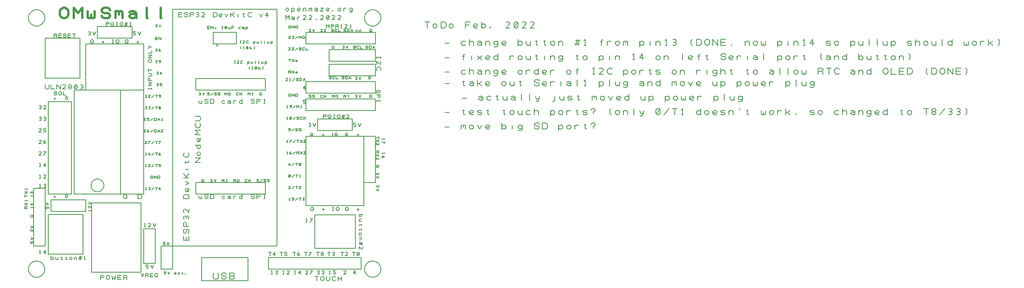
<source format=gbr>
%FSLAX35Y35*%
%MOIN*%
G04 EasyPC Gerber Version 18.0.8 Build 3632 *
%ADD11C,0.00500*%
%ADD15C,0.00600*%
%ADD91C,0.02000*%
X0Y0D02*
D02*
D11*
X4687Y65250D02*
X2437D01*
Y66563*
X2625Y66937*
X3000Y67125*
X3375Y66937*
X3563Y66563*
Y65250*
Y66563D02*
X4687Y67125D01*
Y68250D02*
X2437Y70125D01*
Y68250D02*
X4687Y70125D01*
Y71625D02*
Y72375D01*
Y72000D02*
X2437D01*
X2813Y71625*
X4687Y76187D02*
X2437D01*
Y75250D02*
Y77125D01*
X4687Y78250D02*
X2437Y80125D01*
Y78250D02*
X4687Y80125D01*
Y81625D02*
Y82375D01*
Y82000D02*
X2437D01*
X2813Y81625*
X7750Y17750D02*
G75*
G03X17750Y7750I5000J-5000D01*
G01*
G75*
G03X7750Y17750I-5000J5000*
G01*
Y235250D02*
G75*
G03X17750Y225250I5000J-5000D01*
G01*
G75*
G03X7750Y235250I-5000J5000*
G01*
X10250Y32750D02*
X20250D01*
Y82750*
X10250*
Y32750*
X9500Y35250D02*
X9687Y35625D01*
Y36187*
X9500Y36563*
X9125Y36750*
X8937*
X8563Y36563*
X8375Y36187*
Y35250*
X7437*
Y36750*
Y38250D02*
X9687Y39187D01*
X7437Y40125*
X9500Y45437D02*
X9687Y45813D01*
Y46187*
X9500Y46563*
X9125Y46750*
X8750Y46563*
X8563Y46187*
Y45813*
Y46187D02*
X8375Y46563D01*
X8000Y46750*
X7625Y46563*
X7437Y46187*
Y45813*
X7625Y45437*
X7437Y48250D02*
X9687Y49187D01*
X7437Y50125*
X8750Y59063D02*
Y59625D01*
X8937*
X9313Y59437*
X9500Y59250*
X9687Y58875*
Y58500*
X9500Y58125*
X9313Y57937*
X8937Y57750*
X8187*
X7813Y57937*
X7625Y58125*
X7437Y58500*
Y58875*
X7625Y59250*
X7813Y59437*
X8187Y59625*
X9687Y65625D02*
Y66375D01*
Y66000D02*
X7437D01*
X7813Y65625*
X9687Y69187D02*
X7437D01*
X8937Y68250*
Y69750*
X9687Y75625D02*
Y76375D01*
Y76000D02*
X7437D01*
X7813Y75625*
X9500Y78437D02*
X9687Y78813D01*
Y79187*
X9500Y79563*
X9125Y79750*
X8750Y79563*
X8563Y79187*
Y78813*
Y79187D02*
X8375Y79563D01*
X8000Y79750*
X7625Y79563*
X7437Y79187*
Y78813*
X7625Y78437*
X22750Y77750D02*
X42750D01*
Y157750*
X22750*
Y77750*
X23000Y65250D02*
X23187Y65625D01*
Y66187*
X23000Y66563*
X22625Y66750*
X22437*
X22063Y66563*
X21875Y66187*
Y65250*
X20937*
Y66750*
Y68250D02*
X23187Y69187D01*
X20937Y70125*
X25250Y62750D02*
X55250D01*
Y72750*
X25250*
Y62750*
X27750Y75563D02*
X29250D01*
X28500Y74813D02*
Y76313D01*
X27750Y160563D02*
X29250D01*
X28500Y159813D02*
Y161313D01*
X37750Y74813D02*
Y77063D01*
X38875*
X39250Y76875*
X39437Y76687*
X39625Y76313*
Y75563*
X39437Y75187*
X39250Y75000*
X38875Y74813*
X37750*
Y159813D02*
Y162063D01*
X38875*
X39250Y161875*
X39437Y161687*
X39625Y161313*
Y160563*
X39437Y160187*
X39250Y160000*
X38875Y159813*
X37750*
X45250Y77750D02*
X85250D01*
Y167750*
X45250*
Y77750*
X50250Y212750D02*
X20250D01*
Y178250*
X50250*
Y212750*
X52750Y60250D02*
X22750D01*
Y25750*
X52750*
Y60250*
X61000Y209750D02*
X61750D01*
Y209500*
X61500Y209000*
X61250Y208750*
X60750Y208500*
X60250*
X59750Y208750*
X59500Y209000*
X59250Y209500*
Y210500*
X59500Y211000*
X59750Y211250*
X60250Y211500*
X60750*
X61250Y211250*
X61500Y211000*
X61750Y210500*
X60250Y10250D02*
X102750D01*
Y70250*
X60250*
Y10250*
X59687Y63125D02*
Y63875D01*
Y63500D02*
X57437D01*
X57813Y63125*
X59687Y67250D02*
Y65750D01*
X58375Y67063*
X58000Y67250*
X57625Y67063*
X57437Y66687*
Y66125*
X57625Y65750*
X57437Y68750D02*
X59687Y69687D01*
X57437Y70625*
X60250Y87750D02*
G75*
G03X70250Y82750I5000J-2500D01*
G01*
G75*
G03X60250Y87750I-5000J2500*
G01*
X65250Y212750D02*
X95250D01*
Y222750*
X65250*
Y212750*
X69250Y209500D02*
X71250D01*
X70250Y208500D02*
Y210500D01*
X85250Y77750D02*
X105250D01*
Y167750*
X85250*
Y77750*
X89937Y75250D02*
X90875D01*
Y74937*
X90563Y74313*
X90250Y74000*
X89625Y73687*
X89000*
X88375Y74000*
X88063Y74313*
X87750Y74937*
Y76187*
X88063Y76813*
X88375Y77125*
X89000Y77437*
X89625*
X90250Y77125*
X90563Y76813*
X90875Y76187*
X91000Y209750D02*
X91750D01*
Y209500*
X91500Y209000*
X91250Y208750*
X90750Y208500*
X90250*
X89750Y208750*
X89500Y209000*
X89250Y209500*
Y210500*
X89500Y211000*
X89750Y211250*
X90250Y211500*
X90750*
X91250Y211250*
X91500Y211000*
X91750Y210500*
X99250Y209500D02*
X101250D01*
X100250Y208500D02*
Y210500D01*
Y73687D02*
Y77437D01*
X102125*
X102750Y77125*
X103063Y76813*
X103375Y76187*
Y74937*
X103063Y74313*
X102750Y74000*
X102125Y73687*
X100250*
X105250Y17750D02*
X115250D01*
Y47750*
X105250*
Y17750*
X105750Y49500D02*
X106750D01*
X106250D02*
Y52500D01*
X105750Y52000*
X111250Y49500D02*
X109250D01*
X111000Y51250*
X111250Y51750*
X111000Y52250*
X110500Y52500*
X109750*
X109250Y52250*
X113250Y52500D02*
X114500Y49500D01*
X115750Y52500*
X106750Y131313D02*
X105250D01*
X106563Y132625*
X106750Y133000*
X106563Y133375*
X106187Y133563*
X105625*
X105250Y133375*
X108250Y131875D02*
X108437Y132250D01*
X108813Y132437*
X109187*
X109563Y132250*
X109750Y131875*
X109563Y131500*
X109187Y131313*
X108813*
X108437Y131500*
X108250Y131875*
Y132437*
X108437Y133000*
X108813Y133375*
X109187Y133563*
X111250Y131313D02*
X113125Y133563D01*
X114250Y131313D02*
Y133563D01*
X115375*
X115750Y133375*
X115937Y133187*
X116125Y132813*
Y132063*
X115937Y131687*
X115750Y131500*
X115375Y131313*
X114250*
X117250D02*
X118187Y133563D01*
X119125Y131313*
X117625Y132250D02*
X118750D01*
X121750Y131313D02*
X120250D01*
X121563Y132625*
X121750Y133000*
X121563Y133375*
X121187Y133563*
X120625*
X120250Y133375*
X106750Y141313D02*
X105250D01*
X106563Y142625*
X106750Y143000*
X106563Y143375*
X106187Y143563*
X105625*
X105250Y143375*
X108250Y141500D02*
X108625Y141313D01*
X109187*
X109563Y141500*
X109750Y141875*
Y142063*
X109563Y142437*
X109187Y142625*
X108250*
Y143563*
X109750*
X111250Y141313D02*
X113125Y143563D01*
X114250Y141313D02*
Y143563D01*
X115375*
X115750Y143375*
X115937Y143187*
X116125Y142813*
Y142063*
X115937Y141687*
X115750Y141500*
X115375Y141313*
X114250*
X117250D02*
X118187Y143563D01*
X119125Y141313*
X117625Y142250D02*
X118750D01*
X120625Y141313D02*
X121375D01*
X121000D02*
Y143563D01*
X120625Y143187*
X105250Y207750D02*
X55250D01*
Y167750*
X105250*
Y207750*
X106625Y81313D02*
X107375D01*
X107000D02*
Y83563D01*
X106625Y83187*
X109437Y81500D02*
X109813Y81313D01*
X110187*
X110563Y81500*
X110750Y81875*
X110563Y82250*
X110187Y82437*
X109813*
X110187D02*
X110563Y82625D01*
X110750Y83000*
X110563Y83375*
X110187Y83563*
X109813*
X109437Y83375*
X112250Y81313D02*
X114125Y83563D01*
X116187Y81313D02*
Y83563D01*
X115250D02*
X117125D01*
X119187Y81313D02*
Y83563D01*
X118250Y82063*
X119750*
X106625Y101313D02*
X107375D01*
X107000D02*
Y103563D01*
X106625Y103187*
X110750Y101313D02*
X109250D01*
X110563Y102625*
X110750Y103000*
X110563Y103375*
X110187Y103563*
X109625*
X109250Y103375*
X112250Y101313D02*
X114125Y103563D01*
X116187Y101313D02*
Y103563D01*
X115250D02*
X117125D01*
X118250Y101500D02*
X118625Y101313D01*
X119187*
X119563Y101500*
X119750Y101875*
Y102063*
X119563Y102437*
X119187Y102625*
X118250*
Y103563*
X119750*
X106625Y111313D02*
X107375D01*
X107000D02*
Y113563D01*
X106625Y113187*
X110187Y111313D02*
Y113563D01*
X109250Y112063*
X110750*
X112250Y111313D02*
X114125Y113563D01*
X116187Y111313D02*
Y113563D01*
X115250D02*
X117125D01*
X118250Y111875D02*
X118437Y112250D01*
X118813Y112437*
X119187*
X119563Y112250*
X119750Y111875*
X119563Y111500*
X119187Y111313*
X118813*
X118437Y111500*
X118250Y111875*
Y112437*
X118437Y113000*
X118813Y113375*
X119187Y113563*
X107750Y121313D02*
X106250D01*
X107563Y122625*
X107750Y123000*
X107563Y123375*
X107187Y123563*
X106625*
X106250Y123375*
X109250Y121313D02*
X110750Y123563D01*
X109250*
X112250Y121313D02*
X114125Y123563D01*
X116187Y121313D02*
Y123563D01*
X115250D02*
X117125D01*
X118250Y121313D02*
X119750Y123563D01*
X118250*
X106437Y151500D02*
X106813Y151313D01*
X107187*
X107563Y151500*
X107750Y151875*
X107563Y152250*
X107187Y152437*
X106813*
X107187D02*
X107563Y152625D01*
X107750Y153000*
X107563Y153375*
X107187Y153563*
X106813*
X106437Y153375*
X109437Y151500D02*
X109813Y151313D01*
X110187*
X110563Y151500*
X110750Y151875*
X110563Y152250*
X110187Y152437*
X109813*
X110187D02*
X110563Y152625D01*
X110750Y153000*
X110563Y153375*
X110187Y153563*
X109813*
X109437Y153375*
X112250Y151313D02*
X114125Y153563D01*
X116187Y151313D02*
Y153563D01*
X115250D02*
X117125D01*
X118813Y152437D02*
X119187D01*
X119563Y152625*
X119750Y153000*
X119563Y153375*
X119187Y153563*
X118813*
X118437Y153375*
X118250Y153000*
X118437Y152625*
X118813Y152437*
X118437Y152250*
X118250Y151875*
X118437Y151500*
X118813Y151313*
X119187*
X119563Y151500*
X119750Y151875*
X119563Y152250*
X119187Y152437*
X106437Y161500D02*
X106813Y161313D01*
X107187*
X107563Y161500*
X107750Y161875*
X107563Y162250*
X107187Y162437*
X106813*
X107187D02*
X107563Y162625D01*
X107750Y163000*
X107563Y163375*
X107187Y163563*
X106813*
X106437Y163375*
X110750Y161313D02*
X109250D01*
X110563Y162625*
X110750Y163000*
X110563Y163375*
X110187Y163563*
X109625*
X109250Y163375*
X112250Y161313D02*
X114125Y163563D01*
X116187Y161313D02*
Y163563D01*
X115250D02*
X117125D01*
X118813Y161313D02*
X119187Y161500D01*
X119563Y161875*
X119750Y162437*
Y163000*
X119563Y163375*
X119187Y163563*
X118813*
X118437Y163375*
X118250Y163000*
X118437Y162625*
X118813Y162437*
X119187*
X119563Y162625*
X119750Y163000*
X107250Y13750D02*
X107750Y13500D01*
X108500*
X109000Y13750*
X109250Y14250*
Y14500*
X109000Y15000*
X108500Y15250*
X107250*
Y16500*
X109250*
X111250D02*
X112500Y13500D01*
X113750Y16500*
X112563Y92250D02*
X113125D01*
Y92063*
X112937Y91687*
X112750Y91500*
X112375Y91313*
X112000*
X111625Y91500*
X111437Y91687*
X111250Y92063*
Y92813*
X111437Y93187*
X111625Y93375*
X112000Y93563*
X112375*
X112750Y93375*
X112937Y93187*
X113125Y92813*
X114250Y91313D02*
Y93563D01*
X116125Y91313*
Y93563*
X117250Y91313D02*
Y93563D01*
X118375*
X118750Y93375*
X118937Y93187*
X119125Y92813*
Y92063*
X118937Y91687*
X118750Y91500*
X118375Y91313*
X117250*
X115437Y191500D02*
X115813Y191313D01*
X116187*
X116563Y191500*
X116750Y191875*
X116563Y192250*
X116187Y192437*
X115813*
X116187D02*
X116563Y192625D01*
X116750Y193000*
X116563Y193375*
X116187Y193563*
X115813*
X115437Y193375*
X118813Y191313D02*
X119187Y191500D01*
X119563Y191875*
X119750Y192437*
Y193000*
X119563Y193375*
X119187Y193563*
X118813*
X118437Y193375*
X118250Y193000*
X118437Y192625*
X118813Y192437*
X119187*
X119563Y192625*
X119750Y193000*
X115437Y201500D02*
X115813Y201313D01*
X116187*
X116563Y201500*
X116750Y201875*
X116563Y202250*
X116187Y202437*
X115813*
X116187D02*
X116563Y202625D01*
X116750Y203000*
X116563Y203375*
X116187Y203563*
X115813*
X115437Y203375*
X118250Y201875D02*
X118437Y202250D01*
X118813Y202437*
X119187*
X119563Y202250*
X119750Y201875*
X119563Y201500*
X119187Y201313*
X118813*
X118437Y201500*
X118250Y201875*
Y202437*
X118437Y203000*
X118813Y203375*
X119187Y203563*
X115250Y211313D02*
Y213563D01*
X117125*
X116750Y212437D02*
X115250D01*
Y211313D02*
X117125D01*
X118250D02*
Y213563D01*
X120125Y211313*
Y213563*
X115437Y222500D02*
X115813Y222313D01*
X116187*
X116563Y222500*
X116750Y222875*
X116563Y223250*
X116187Y223437*
X115813*
X116187D02*
X116563Y223625D01*
X116750Y224000*
X116563Y224375*
X116187Y224563*
X115813*
X115437Y224375*
X118250Y224563D02*
X119187Y222313D01*
X120125Y224563*
X116437Y171500D02*
X116813Y171313D01*
X117187*
X117563Y171500*
X117750Y171875*
X117563Y172250*
X117187Y172437*
X116813*
X117187D02*
X117563Y172625D01*
X117750Y173000*
X117563Y173375*
X117187Y173563*
X116813*
X116437Y173375*
X119250Y171500D02*
X119625Y171313D01*
X120187*
X120563Y171500*
X120750Y171875*
Y172063*
X120563Y172437*
X120187Y172625*
X119250*
Y173563*
X120750*
X116437Y181500D02*
X116813Y181313D01*
X117187*
X117563Y181500*
X117750Y181875*
X117563Y182250*
X117187Y182437*
X116813*
X117187D02*
X117563Y182625D01*
X117750Y183000*
X117563Y183375*
X117187Y183563*
X116813*
X116437Y183375*
X120187Y181313D02*
Y183563D01*
X119250Y182063*
X120750*
X120250Y12750D02*
X130250D01*
Y32750*
X120250*
Y12750*
X122250Y34000D02*
X122625Y33813D01*
X123187*
X123563Y34000*
X123750Y34375*
Y34563*
X123563Y34937*
X123187Y35125*
X122250*
Y36063*
X123750*
X125250D02*
X126187Y33813D01*
X127125Y36063*
X122750Y8500D02*
X123125Y8313D01*
X123687*
X124063Y8500*
X124250Y8875*
Y9063*
X124063Y9437*
X123687Y9625*
X122750*
Y10563*
X124250*
X125750D02*
X126687Y8313D01*
X127625Y10563*
X133250Y8500D02*
X133063Y8313D01*
X132687*
X132313*
X131937Y8500*
X131750Y8875*
Y9437*
X131937Y9625*
X132313Y9813*
X132687*
X133063Y9625*
X133250Y9437*
Y9250*
X133063Y9063*
X132687Y8875*
X132313*
X131937Y9063*
X131750Y9250*
X134750Y8313D02*
X136250Y9813D01*
Y8313D02*
X134750Y9813D01*
X138125D02*
X138875D01*
X138500Y10187D02*
Y8500D01*
X138687Y8313*
X138875*
X139063Y8500*
X140937Y8313D02*
X141125Y8500D01*
X140937Y8687*
X140750Y8500*
X140937Y8313*
X130250Y32750D02*
X220250D01*
Y237750*
X130250*
Y32750*
X150250Y77750D02*
X210250D01*
Y87750*
X150250*
Y77750*
Y167750D02*
X210250D01*
Y177750*
X150250*
Y167750*
X152937Y163500D02*
X153313Y163313D01*
X153687*
X154063Y163500*
X154250Y163875*
X154063Y164250*
X153687Y164437*
X153313*
X153687D02*
X154063Y164625D01*
X154250Y165000*
X154063Y165375*
X153687Y165563*
X153313*
X152937Y165375*
X155750Y165563D02*
X156687Y163313D01*
X157625Y165563*
X155250Y2750D02*
X195250D01*
Y22750*
X155250*
Y2750*
X156563Y89250D02*
X157125D01*
Y89063*
X156937Y88687*
X156750Y88500*
X156375Y88313*
X156000*
X155625Y88500*
X155437Y88687*
X155250Y89063*
Y89813*
X155437Y90187*
X155625Y90375*
X156000Y90563*
X156375*
X156750Y90375*
X156937Y90187*
X157125Y89813*
X160250Y163500D02*
X160625Y163313D01*
X161187*
X161563Y163500*
X161750Y163875*
Y164063*
X161563Y164437*
X161187Y164625*
X160250*
Y165563*
X161750*
X163250Y163313D02*
X165125Y165563D01*
X166250Y163875D02*
X166437Y163500D01*
X166813Y163313*
X167563*
X167937Y163500*
X168125Y163875*
X167937Y164250*
X167563Y164437*
X166813*
X166437Y164625*
X166250Y165000*
X166437Y165375*
X166813Y165563*
X167563*
X167937Y165375*
X168125Y165000*
X169250Y163875D02*
X169437Y163500D01*
X169813Y163313*
X170563*
X170937Y163500*
X171125Y163875*
X170937Y164250*
X170563Y164437*
X169813*
X169437Y164625*
X169250Y165000*
X169437Y165375*
X169813Y165563*
X170563*
X170937Y165375*
X171125Y165000*
X160250Y220813D02*
Y223063D01*
X162125*
X161750Y221937D02*
X160250D01*
Y220813D02*
X162125D01*
X163250D02*
Y223063D01*
X165125Y220813*
Y223063*
X167187Y220813D02*
X167375Y221000D01*
X167187Y221187*
X167000Y221000*
X167187Y220813*
Y221750D02*
X167375Y221937D01*
X167187Y222125*
X167000Y221937*
X167187Y221750*
X172625Y220813D02*
X173375D01*
X173000D02*
Y223063D01*
X172625Y222687*
X175437Y221000D02*
X175813Y220813D01*
X176187*
X176563Y221000*
X176750Y221375*
Y222500*
X176563Y222875*
X176187Y223063*
X175813*
X175437Y222875*
X175250Y222500*
Y221375*
X175437Y221000*
X176563Y222875*
X178250Y222313D02*
Y221375D01*
X178437Y221000*
X178813Y220813*
X179187*
X179563Y221000*
X179750Y221375*
Y222313D02*
Y220813D01*
X181250D02*
Y223063D01*
X183125*
X182750Y221937D02*
X181250D01*
X188750Y222125D02*
X188375Y222313D01*
X187813*
X187437Y222125*
X187250Y221750*
Y221375*
X187437Y221000*
X187813Y220813*
X188375*
X188750Y221000*
X190250Y222125D02*
X190625Y222313D01*
X191187*
X191563Y222125*
X191750Y221750*
Y221187*
X191563Y221000*
X191187Y220813*
X190813*
X190437Y221000*
X190250Y221187*
Y221375*
X190437Y221563*
X190813Y221750*
X191187*
X191563Y221563*
X191750Y221375*
Y221187D02*
Y220813D01*
X193250Y222313D02*
Y220250D01*
Y221375D02*
X193437Y221000D01*
X193813Y220813*
X194187*
X194563Y221000*
X194750Y221375*
Y221750*
X194563Y222125*
X194187Y222313*
X193813*
X193437Y222125*
X193250Y221750*
Y221375*
X162937Y88500D02*
X163313Y88313D01*
X163687*
X164063Y88500*
X164250Y88875*
X164063Y89250*
X163687Y89437*
X163313*
X163687D02*
X164063Y89625D01*
X164250Y90000*
X164063Y90375*
X163687Y90563*
X163313*
X162937Y90375*
X165750Y90563D02*
X166687Y88313D01*
X167625Y90563*
X165250Y207750D02*
X185250D01*
Y217750*
X165250*
Y207750*
X167750Y206563D02*
X169250D01*
X168500Y205813D02*
Y207313D01*
X172750Y88313D02*
Y90563D01*
X173687Y89437*
X174625Y90563*
Y88313*
X176313D02*
X177063D01*
X176687D02*
Y90563D01*
X176313D02*
X177063D01*
X175250Y163313D02*
Y165563D01*
X176187Y164437*
X177125Y165563*
Y163313*
X178250Y164063D02*
Y164813D01*
X178437Y165187*
X178625Y165375*
X179000Y165563*
X179375*
X179750Y165375*
X179937Y165187*
X180125Y164813*
Y164063*
X179937Y163687*
X179750Y163500*
X179375Y163313*
X179000*
X178625Y163500*
X178437Y163687*
X178250Y164063*
X182750Y88313D02*
Y90563D01*
X183687Y89437*
X184625Y90563*
Y88313*
X185750Y89063D02*
Y89813D01*
X185937Y90187*
X186125Y90375*
X186500Y90563*
X186875*
X187250Y90375*
X187437Y90187*
X187625Y89813*
Y89063*
X187437Y88687*
X187250Y88500*
X186875Y88313*
X186500*
X186125Y88500*
X185937Y88687*
X185750Y89063*
X183313Y190813D02*
X184063D01*
X183687D02*
Y193063D01*
X183313D02*
X184063D01*
X187250Y190813D02*
X185750D01*
X187063Y192125*
X187250Y192500*
X187063Y192875*
X186687Y193063*
X186125*
X185750Y192875*
X190625Y191187D02*
X190437Y191000D01*
X190063Y190813*
X189500*
X189125Y191000*
X188937Y191187*
X188750Y191563*
Y192313*
X188937Y192687*
X189125Y192875*
X189500Y193063*
X190063*
X190437Y192875*
X190625Y192687*
X194750Y192313D02*
Y190250D01*
Y191375D02*
X194937Y191000D01*
X195313Y190813*
X195687*
X196063Y191000*
X196250Y191375*
Y191750*
X196063Y192125*
X195687Y192313*
X195313*
X194937Y192125*
X194750Y191750*
Y191375*
X197750Y192313D02*
Y191375D01*
X197937Y191000*
X198313Y190813*
X198687*
X199063Y191000*
X199250Y191375*
Y192313D02*
Y190813D01*
X201687D02*
X201500D01*
Y193063*
X204687Y190813D02*
X204500D01*
Y193063*
X206750Y192313D02*
Y191375D01*
X206937Y191000*
X207313Y190813*
X207687*
X208063Y191000*
X208250Y191375*
Y192313D02*
Y190813D01*
X209750Y192313D02*
Y190250D01*
Y191375D02*
X209937Y191000D01*
X210313Y190813*
X210687*
X211063Y191000*
X211250Y191375*
Y191750*
X211063Y192125*
X210687Y192313*
X210313*
X209937Y192125*
X209750Y191750*
Y191375*
X187125Y163687D02*
X186937Y163500D01*
X186563Y163313*
X186000*
X185625Y163500*
X185437Y163687*
X185250Y164063*
Y164813*
X185437Y165187*
X185625Y165375*
X186000Y165563*
X186563*
X186937Y165375*
X187125Y165187*
X188250Y163313D02*
Y165563D01*
Y164437D02*
X188813D01*
X190125Y165563*
X188813Y164437D02*
X190125Y163313D01*
X189063Y203313D02*
X188687Y203875D01*
Y205187*
X189063Y205563*
X191125Y203313D02*
X191875D01*
X191500D02*
Y205563D01*
X191125Y205187*
X193937Y203500D02*
X194313Y203313D01*
X194687*
X195063Y203500*
X195250Y203875*
Y205000*
X195063Y205375*
X194687Y205563*
X194313*
X193937Y205375*
X193750Y205000*
Y203875*
X193937Y203500*
X195063Y205375*
X196750Y203313D02*
Y205563D01*
Y204063D02*
X197313D01*
X198250Y204813*
X197313Y204063D02*
X198250Y203313D01*
X200313D02*
X200687Y203875D01*
Y205187*
X200313Y205563*
X188313Y208313D02*
X189063D01*
X188687D02*
Y210563D01*
X188313D02*
X189063D01*
X192250Y208313D02*
X190750D01*
X192063Y209625*
X192250Y210000*
X192063Y210375*
X191687Y210563*
X191125*
X190750Y210375*
X195625Y208687D02*
X195437Y208500D01*
X195063Y208313*
X194500*
X194125Y208500*
X193937Y208687*
X193750Y209063*
Y209813*
X193937Y210187*
X194125Y210375*
X194500Y210563*
X195063*
X195437Y210375*
X195625Y210187*
X199750Y209813D02*
Y207750D01*
Y208875D02*
X199937Y208500D01*
X200313Y208313*
X200687*
X201063Y208500*
X201250Y208875*
Y209250*
X201063Y209625*
X200687Y209813*
X200313*
X199937Y209625*
X199750Y209250*
Y208875*
X202750Y209813D02*
Y208875D01*
X202937Y208500*
X203313Y208313*
X203687*
X204063Y208500*
X204250Y208875*
Y209813D02*
Y208313D01*
X206687D02*
X206500D01*
Y210563*
X209687Y208313D02*
X209500D01*
Y210563*
X211750Y209813D02*
Y208875D01*
X211937Y208500*
X212313Y208313*
X212687*
X213063Y208500*
X213250Y208875*
Y209813D02*
Y208313D01*
X214750Y209813D02*
Y207750D01*
Y208875D02*
X214937Y208500D01*
X215313Y208313*
X215687*
X216063Y208500*
X216250Y208875*
Y209250*
X216063Y209625*
X215687Y209813*
X215313*
X214937Y209625*
X214750Y209250*
Y208875*
X194625Y88687D02*
X194437Y88500D01*
X194063Y88313*
X193500*
X193125Y88500*
X192937Y88687*
X192750Y89063*
Y89813*
X192937Y90187*
X193125Y90375*
X193500Y90563*
X194063*
X194437Y90375*
X194625Y90187*
X195750Y88313D02*
Y90563D01*
Y89437D02*
X196313D01*
X197625Y90563*
X196313Y89437D02*
X197625Y88313D01*
X195250Y163313D02*
Y165563D01*
X196187Y164437*
X197125Y165563*
Y163313*
X198813D02*
X199563D01*
X199187D02*
Y165563D01*
X198813D02*
X199563D01*
X196563Y185813D02*
X196187Y186375D01*
Y187687*
X196563Y188063*
X198625Y185813D02*
X199375D01*
X199000D02*
Y188063D01*
X198625Y187687*
X201437Y186000D02*
X201813Y185813D01*
X202187*
X202563Y186000*
X202750Y186375*
Y187500*
X202563Y187875*
X202187Y188063*
X201813*
X201437Y187875*
X201250Y187500*
Y186375*
X201437Y186000*
X202563Y187875*
X204250Y185813D02*
Y188063D01*
Y186563D02*
X204813D01*
X205750Y187313*
X204813Y186563D02*
X205750Y185813D01*
X207813D02*
X208187Y186375D01*
Y187687*
X207813Y188063*
X202750Y88500D02*
X203125Y88313D01*
X203687*
X204063Y88500*
X204250Y88875*
Y89063*
X204063Y89437*
X203687Y89625*
X202750*
Y90563*
X204250*
X205750Y88313D02*
X207625Y90563D01*
X208750Y88875D02*
X208937Y88500D01*
X209313Y88313*
X210063*
X210437Y88500*
X210625Y88875*
X210437Y89250*
X210063Y89437*
X209313*
X208937Y89625*
X208750Y90000*
X208937Y90375*
X209313Y90563*
X210063*
X210437Y90375*
X210625Y90000*
X211750Y88875D02*
X211937Y88500D01*
X212313Y88313*
X213063*
X213437Y88500*
X213625Y88875*
X213437Y89250*
X213063Y89437*
X212313*
X211937Y89625*
X211750Y90000*
X211937Y90375*
X212313Y90563*
X213063*
X213437Y90375*
X213625Y90000*
X206563Y164250D02*
X207125D01*
Y164063*
X206937Y163687*
X206750Y163500*
X206375Y163313*
X206000*
X205625Y163500*
X205437Y163687*
X205250Y164063*
Y164813*
X205437Y165187*
X205625Y165375*
X206000Y165563*
X206375*
X206750Y165375*
X206937Y165187*
X207125Y164813*
X212750Y12750D02*
X292750D01*
Y22750*
X212750*
Y12750*
X214000Y24500D02*
Y27500D01*
X212750D02*
X215250D01*
X218000Y24500D02*
Y27500D01*
X216750Y25500*
X218750*
X224000Y24500D02*
Y27500D01*
X222750D02*
X225250D01*
X226750Y24750D02*
X227250Y24500D01*
X228000*
X228500Y24750*
X228750Y25250*
Y25500*
X228500Y26000*
X228000Y26250*
X226750*
Y27500*
X228750*
X229250Y175813D02*
X227750D01*
X229063Y177125*
X229250Y177500*
X229063Y177875*
X228687Y178063*
X228125*
X227750Y177875*
X231125Y175813D02*
X231875D01*
X231500D02*
Y178063D01*
X231125Y177687*
X233750Y175813D02*
X235625Y178063D01*
X236750Y176375D02*
X236937Y176000D01*
X237313Y175813*
X238063*
X238437Y176000*
X238625Y176375*
X238437Y176750*
X238063Y176937*
X237313*
X236937Y177125*
X236750Y177500*
X236937Y177875*
X237313Y178063*
X238063*
X238437Y177875*
X238625Y177500*
X239750Y175813D02*
Y178063D01*
X240875*
X241250Y177875*
X241437Y177687*
X241625Y177313*
Y176563*
X241437Y176187*
X241250Y176000*
X240875Y175813*
X239750*
X242750D02*
X243687Y178063D01*
X244625Y175813*
X243125Y176750D02*
X244250D01*
X228625Y112313D02*
X229375D01*
X229000D02*
Y114563D01*
X228625Y114187*
X231250Y112875D02*
X231437Y113250D01*
X231813Y113437*
X232187*
X232563Y113250*
X232750Y112875*
X232563Y112500*
X232187Y112313*
X231813*
X231437Y112500*
X231250Y112875*
Y113437*
X231437Y114000*
X231813Y114375*
X232187Y114563*
X234250Y112313D02*
X236125Y114563D01*
X237250Y112313D02*
Y114563D01*
X238563*
X238937Y114375*
X239125Y114000*
X238937Y113625*
X238563Y113437*
X237250*
X238563D02*
X239125Y112313D01*
X240250D02*
X242125Y114563D01*
X240250D02*
X242125Y112313D01*
X244750D02*
X243250D01*
X244563Y113625*
X244750Y114000*
X244563Y114375*
X244187Y114563*
X243625*
X243250Y114375*
X228625Y122313D02*
X229375D01*
X229000D02*
Y124563D01*
X228625Y124187*
X231250Y122313D02*
X232750Y124563D01*
X231250*
X234250Y122313D02*
X236125Y124563D01*
X238187Y122313D02*
Y124563D01*
X237250D02*
X239125D01*
X240250Y122313D02*
X242125Y124563D01*
X240250D02*
X242125Y122313D01*
X244750D02*
X243250D01*
X244563Y123625*
X244750Y124000*
X244563Y124375*
X244187Y124563*
X243625*
X243250Y124375*
X228625Y142313D02*
X229375D01*
X229000D02*
Y144563D01*
X228625Y144187*
X231813Y143437D02*
X232187D01*
X232563Y143625*
X232750Y144000*
X232563Y144375*
X232187Y144563*
X231813*
X231437Y144375*
X231250Y144000*
X231437Y143625*
X231813Y143437*
X231437Y143250*
X231250Y142875*
X231437Y142500*
X231813Y142313*
X232187*
X232563Y142500*
X232750Y142875*
X232563Y143250*
X232187Y143437*
X234250Y142313D02*
X236125Y144563D01*
X237250Y142875D02*
X237437Y142500D01*
X237813Y142313*
X238563*
X238937Y142500*
X239125Y142875*
X238937Y143250*
X238563Y143437*
X237813*
X237437Y143625*
X237250Y144000*
X237437Y144375*
X237813Y144563*
X238563*
X238937Y144375*
X239125Y144000*
X242125Y142687D02*
X241937Y142500D01*
X241563Y142313*
X241000*
X240625Y142500*
X240437Y142687*
X240250Y143063*
Y143813*
X240437Y144187*
X240625Y144375*
X241000Y144563*
X241563*
X241937Y144375*
X242125Y144187*
X243250Y142313D02*
Y144563D01*
Y143437D02*
X243813D01*
X245125Y144563*
X243813Y143437D02*
X245125Y142313D01*
X228625Y152313D02*
X229375D01*
X229000D02*
Y154563D01*
X228625Y154187*
X231813Y152313D02*
X232187Y152500D01*
X232563Y152875*
X232750Y153437*
Y154000*
X232563Y154375*
X232187Y154563*
X231813*
X231437Y154375*
X231250Y154000*
X231437Y153625*
X231813Y153437*
X232187*
X232563Y153625*
X232750Y154000*
X234250Y152313D02*
X236125Y154563D01*
X237250Y152313D02*
Y154563D01*
X238187Y153437*
X239125Y154563*
Y152313*
X240813D02*
X241563D01*
X241187D02*
Y154563D01*
X240813D02*
X241563D01*
X230625Y72313D02*
X231375D01*
X231000D02*
Y74563D01*
X230625Y74187*
X233250Y72500D02*
X233625Y72313D01*
X234187*
X234563Y72500*
X234750Y72875*
Y73063*
X234563Y73437*
X234187Y73625*
X233250*
Y74563*
X234750*
X236250Y72313D02*
X238125Y74563D01*
X240187Y72313D02*
Y74563D01*
X239250D02*
X241125D01*
X242437Y72500D02*
X242813Y72313D01*
X243187*
X243563Y72500*
X243750Y72875*
X243563Y73250*
X243187Y73437*
X242813*
X243187D02*
X243563Y73625D01*
X243750Y74000*
X243563Y74375*
X243187Y74563*
X242813*
X242437Y74375*
X231750Y82313D02*
X230250D01*
X231563Y83625*
X231750Y84000*
X231563Y84375*
X231187Y84563*
X230625*
X230250Y84375*
X233250Y82313D02*
X235125Y84563D01*
X237187Y82313D02*
Y84563D01*
X236250D02*
X238125D01*
X240750Y82313D02*
X239250D01*
X240563Y83625*
X240750Y84000*
X240563Y84375*
X240187Y84563*
X239625*
X239250Y84375*
X230437Y92500D02*
X230813Y92313D01*
X231187*
X231563Y92500*
X231750Y92875*
Y94000*
X231563Y94375*
X231187Y94563*
X230813*
X230437Y94375*
X230250Y94000*
Y92875*
X230437Y92500*
X231563Y94375*
X233250Y92313D02*
X235125Y94563D01*
X237187Y92313D02*
Y94563D01*
X236250D02*
X238125D01*
X239625Y92313D02*
X240375D01*
X240000D02*
Y94563D01*
X239625Y94187*
X231187Y102313D02*
Y104563D01*
X230250Y103063*
X231750*
X233250Y102313D02*
X235125Y104563D01*
X237187Y102313D02*
Y104563D01*
X236250D02*
X238125D01*
X239437Y102500D02*
X239813Y102313D01*
X240187*
X240563Y102500*
X240750Y102875*
Y104000*
X240563Y104375*
X240187Y104563*
X239813*
X239437Y104375*
X239250Y104000*
Y102875*
X239437Y102500*
X240563Y104375*
X230250Y132500D02*
X230625Y132313D01*
X231187*
X231563Y132500*
X231750Y132875*
Y133063*
X231563Y133437*
X231187Y133625*
X230250*
Y134563*
X231750*
X233250Y132313D02*
X235125Y134563D01*
X236250Y132875D02*
X236437Y132500D01*
X236813Y132313*
X237563*
X237937Y132500*
X238125Y132875*
X237937Y133250*
X237563Y133437*
X236813*
X236437Y133625*
X236250Y134000*
X236437Y134375*
X236813Y134563*
X237563*
X237937Y134375*
X238125Y134000*
X239250Y132875D02*
X239437Y132500D01*
X239813Y132313*
X240563*
X240937Y132500*
X241125Y132875*
X240937Y133250*
X240563Y133437*
X239813*
X239437Y133625*
X239250Y134000*
X239437Y134375*
X239813Y134563*
X240563*
X240937Y134375*
X241125Y134000*
X231563Y163250D02*
X232125D01*
Y163063*
X231937Y162687*
X231750Y162500*
X231375Y162313*
X231000*
X230625Y162500*
X230437Y162687*
X230250Y163063*
Y163813*
X230437Y164187*
X230625Y164375*
X231000Y164563*
X231375*
X231750Y164375*
X231937Y164187*
X232125Y163813*
X233250Y162313D02*
Y164563D01*
X235125Y162313*
Y164563*
X236250Y162313D02*
Y164563D01*
X237375*
X237750Y164375*
X237937Y164187*
X238125Y163813*
Y163063*
X237937Y162687*
X237750Y162500*
X237375Y162313*
X236250*
X230250Y182313D02*
Y184563D01*
X231563*
X231937Y184375*
X232125Y184000*
X231937Y183625*
X231563Y183437*
X230250*
X231563D02*
X232125Y182313D01*
X233250D02*
X235125Y184563D01*
X233250D02*
X235125Y182313D01*
X236250Y183063D02*
X237750D01*
X236625Y182313D02*
X237375Y183813D01*
X236625D02*
X237375Y182313D01*
X231187Y192313D02*
Y194563D01*
X230250D02*
X232125D01*
X233250Y192313D02*
X235125Y194563D01*
X233250D02*
X235125Y192313D01*
X236250Y193063D02*
X237750D01*
X236625Y192313D02*
X237375Y193813D01*
X236625D02*
X237375Y192313D01*
X231750Y202313D02*
X230250D01*
X231563Y203625*
X231750Y204000*
X231563Y204375*
X231187Y204563*
X230625*
X230250Y204375*
X234750Y202313D02*
X233250D01*
X234563Y203625*
X234750Y204000*
X234563Y204375*
X234187Y204563*
X233625*
X233250Y204375*
X236250Y202313D02*
X238125Y204563D01*
X239250Y202875D02*
X239437Y202500D01*
X239813Y202313*
X240563*
X240937Y202500*
X241125Y202875*
X240937Y203250*
X240563Y203437*
X239813*
X239437Y203625*
X239250Y204000*
X239437Y204375*
X239813Y204563*
X240563*
X240937Y204375*
X241125Y204000*
X244125Y202687D02*
X243937Y202500D01*
X243563Y202313*
X243000*
X242625Y202500*
X242437Y202687*
X242250Y203063*
Y203813*
X242437Y204187*
X242625Y204375*
X243000Y204563*
X243563*
X243937Y204375*
X244125Y204187*
X245250Y204563D02*
Y202313D01*
X247125*
X231750Y212313D02*
X230250D01*
X231563Y213625*
X231750Y214000*
X231563Y214375*
X231187Y214563*
X230625*
X230250Y214375*
X233437Y212500D02*
X233813Y212313D01*
X234187*
X234563Y212500*
X234750Y212875*
X234563Y213250*
X234187Y213437*
X233813*
X234187D02*
X234563Y213625D01*
X234750Y214000*
X234563Y214375*
X234187Y214563*
X233813*
X233437Y214375*
X236250Y212313D02*
X238125Y214563D01*
X239250Y212313D02*
Y214563D01*
X240187Y213437*
X241125Y214563*
Y212313*
X242250Y213063D02*
Y213813D01*
X242437Y214187*
X242625Y214375*
X243000Y214563*
X243375*
X243750Y214375*
X243937Y214187*
X244125Y213813*
Y213063*
X243937Y212687*
X243750Y212500*
X243375Y212313*
X243000*
X242625Y212500*
X242437Y212687*
X242250Y213063*
X231563Y222250D02*
X232125D01*
Y222063*
X231937Y221687*
X231750Y221500*
X231375Y221313*
X231000*
X230625Y221500*
X230437Y221687*
X230250Y222063*
Y222813*
X230437Y223187*
X230625Y223375*
X231000Y223563*
X231375*
X231750Y223375*
X231937Y223187*
X232125Y222813*
X233250Y221313D02*
Y223563D01*
X235125Y221313*
Y223563*
X236250Y221313D02*
Y223563D01*
X237375*
X237750Y223375*
X237937Y223187*
X238125Y222813*
Y222063*
X237937Y221687*
X237750Y221500*
X237375Y221313*
X236250*
X235000Y24500D02*
Y27500D01*
X233750D02*
X236250D01*
X237750Y25250D02*
X238000Y25750D01*
X238500Y26000*
X239000*
X239500Y25750*
X239750Y25250*
X239500Y24750*
X239000Y24500*
X238500*
X238000Y24750*
X237750Y25250*
Y26000*
X238000Y26750*
X238500Y27250*
X239000Y27500*
X242750Y156250D02*
X243250Y156000D01*
X244000*
X244500Y156250*
X244750Y156750*
Y157000*
X244500Y157500*
X244000Y157750*
X242750*
Y159000*
X244750*
X244000Y168500D02*
Y171500D01*
X242750Y169500*
X244750*
X245000Y24500D02*
Y27500D01*
X243750D02*
X246250D01*
X247750Y24500D02*
X249750Y27500D01*
X247750*
X245250Y67750D02*
X295250D01*
Y127750*
X245250*
Y67750*
Y150250D02*
X305250D01*
Y160250*
X245250*
Y150250*
Y165250D02*
X305250D01*
Y175250*
X245250*
Y165250*
Y207750D02*
X305250D01*
Y217750*
X245250*
Y207750*
X247750Y161875D02*
X247937Y161500D01*
X248313Y161313*
X249063*
X249437Y161500*
X249625Y161875*
X249437Y162250*
X249063Y162437*
X248313*
X247937Y162625*
X247750Y163000*
X247937Y163375*
X248313Y163563*
X249063*
X249437Y163375*
X249625Y163000*
X250750Y161875D02*
X250937Y161500D01*
X251313Y161313*
X252063*
X252437Y161500*
X252625Y161875*
X252437Y162250*
X252063Y162437*
X251313*
X250937Y162625*
X250750Y163000*
X250937Y163375*
X251313Y163563*
X252063*
X252437Y163375*
X252625Y163000*
X247937Y218500D02*
X248313Y218313D01*
X248687*
X249063Y218500*
X249250Y218875*
X249063Y219250*
X248687Y219437*
X248313*
X248687D02*
X249063Y219625D01*
X249250Y220000*
X249063Y220375*
X248687Y220563*
X248313*
X247937Y220375*
X250750Y220563D02*
X251687Y218313D01*
X252625Y220563*
X251000Y64750D02*
X251750D01*
Y64500*
X251500Y64000*
X251250Y63750*
X250750Y63500*
X250250*
X249750Y63750*
X249500Y64000*
X249250Y64500*
Y65500*
X249500Y66000*
X249750Y66250*
X250250Y66500*
X250750*
X251250Y66250*
X251500Y66000*
X251750Y65500*
X250563Y129250D02*
X251125D01*
Y129063*
X250937Y128687*
X250750Y128500*
X250375Y128313*
X250000*
X249625Y128500*
X249437Y128687*
X249250Y129063*
Y129813*
X249437Y130187*
X249625Y130375*
X250000Y130563*
X250375*
X250750Y130375*
X250937Y130187*
X251125Y129813*
X255500Y24500D02*
Y27500D01*
X254250D02*
X256750D01*
X259000Y26000D02*
X259500D01*
X260000Y26250*
X260250Y26750*
X260000Y27250*
X259500Y27500*
X259000*
X258500Y27250*
X258250Y26750*
X258500Y26250*
X259000Y26000*
X258500Y25750*
X258250Y25250*
X258500Y24750*
X259000Y24500*
X259500*
X260000Y24750*
X260250Y25250*
X260000Y25750*
X259500Y26000*
X255250Y132750D02*
X285250D01*
Y142750*
X255250*
Y132750*
X259625Y161687D02*
X259437Y161500D01*
X259063Y161313*
X258500*
X258125Y161500*
X257937Y161687*
X257750Y162063*
Y162813*
X257937Y163187*
X258125Y163375*
X258500Y163563*
X259063*
X259437Y163375*
X259625Y163187*
X260750Y161313D02*
Y163563D01*
Y162437D02*
X261313D01*
X262625Y163563*
X261313Y162437D02*
X262625Y161313D01*
X257937Y218500D02*
X258313Y218313D01*
X258687*
X259063Y218500*
X259250Y218875*
X259063Y219250*
X258687Y219437*
X258313*
X258687D02*
X259063Y219625D01*
X259250Y220000*
X259063Y220375*
X258687Y220563*
X258313*
X257937Y220375*
X262250Y218313D02*
X260750D01*
X262063Y219625*
X262250Y220000*
X262063Y220375*
X261687Y220563*
X261125*
X260750Y220375*
X259250Y64500D02*
X261250D01*
X260250Y63500D02*
Y65500D01*
X259250Y129063D02*
X260750D01*
X260000Y128313D02*
Y129813D01*
X265000Y24500D02*
Y27500D01*
X263750D02*
X266250D01*
X268000Y24750D02*
X268500Y24500D01*
X269000*
X269500Y24750*
X269750Y25250*
X269500Y25750*
X269000Y26000*
X268500*
X269000D02*
X269500Y26250D01*
X269750Y26750*
X269500Y27250*
X269000Y27500*
X268500*
X268000Y27250*
X265250Y177875D02*
X265437Y177500D01*
X265813Y177313*
X266563*
X266937Y177500*
X267125Y177875*
X266937Y178250*
X266563Y178437*
X265813*
X265437Y178625*
X265250Y179000*
X265437Y179375*
X265813Y179563*
X266563*
X266937Y179375*
X267125Y179000*
X270125Y177687D02*
X269937Y177500D01*
X269563Y177313*
X269000*
X268625Y177500*
X268437Y177687*
X268250Y178063*
Y178813*
X268437Y179187*
X268625Y179375*
X269000Y179563*
X269563*
X269937Y179375*
X270125Y179187*
X271250Y179563D02*
Y177313D01*
X273125*
X265250Y180250D02*
X305250D01*
Y190250*
X265250*
Y180250*
Y192750D02*
X305250D01*
Y202750*
X265250*
Y192750*
X267250Y218875D02*
X267437Y218500D01*
X267813Y218313*
X268563*
X268937Y218500*
X269125Y218875*
X268937Y219250*
X268563Y219437*
X267813*
X267437Y219625*
X267250Y220000*
X267437Y220375*
X267813Y220563*
X268563*
X268937Y220375*
X269125Y220000*
X272125Y218687D02*
X271937Y218500D01*
X271563Y218313*
X271000*
X270625Y218500*
X270437Y218687*
X270250Y219063*
Y219813*
X270437Y220187*
X270625Y220375*
X271000Y220563*
X271563*
X271937Y220375*
X272125Y220187*
X273250Y220563D02*
Y218313D01*
X275125*
X267750Y161313D02*
Y163563D01*
X268687Y162437*
X269625Y163563*
Y161313*
X270750Y162063D02*
Y162813D01*
X270937Y163187*
X271125Y163375*
X271500Y163563*
X271875*
X272250Y163375*
X272437Y163187*
X272625Y162813*
Y162063*
X272437Y161687*
X272250Y161500*
X271875Y161313*
X271500*
X271125Y161500*
X270937Y161687*
X270750Y162063*
X269063Y204750D02*
X269625D01*
Y204563*
X269437Y204187*
X269250Y204000*
X268875Y203813*
X268500*
X268125Y204000*
X267937Y204187*
X267750Y204563*
Y205313*
X267937Y205687*
X268125Y205875*
X268500Y206063*
X268875*
X269250Y205875*
X269437Y205687*
X269625Y205313*
X276500Y24500D02*
Y27500D01*
X275250D02*
X277750D01*
X281250Y24500D02*
X279250D01*
X281000Y26250*
X281250Y26750*
X281000Y27250*
X280500Y27500*
X279750*
X279250Y27250*
X276250Y177875D02*
X276437Y177500D01*
X276813Y177313*
X277563*
X277937Y177500*
X278125Y177875*
X277937Y178250*
X277563Y178437*
X276813*
X276437Y178625*
X276250Y179000*
X276437Y179375*
X276813Y179563*
X277563*
X277937Y179375*
X278125Y179000*
X279250Y177313D02*
Y179563D01*
X280375*
X280750Y179375*
X280937Y179187*
X281125Y178813*
Y178063*
X280937Y177687*
X280750Y177500*
X280375Y177313*
X279250*
X282250D02*
X283187Y179563D01*
X284125Y177313*
X282625Y178250D02*
X283750D01*
X276937Y204000D02*
X277313Y203813D01*
X277687*
X278063Y204000*
X278250Y204375*
X278063Y204750*
X277687Y204937*
X277313*
X277687D02*
X278063Y205125D01*
X278250Y205500*
X278063Y205875*
X277687Y206063*
X277313*
X276937Y205875*
X279750Y206063D02*
X280687Y203813D01*
X281625Y206063*
X277750Y161313D02*
Y163563D01*
X278687Y162437*
X279625Y163563*
Y161313*
X281313D02*
X282063D01*
X281687D02*
Y163563D01*
X281313D02*
X282063D01*
X277750Y218875D02*
X277937Y218500D01*
X278313Y218313*
X279063*
X279437Y218500*
X279625Y218875*
X279437Y219250*
X279063Y219437*
X278313*
X277937Y219625*
X277750Y220000*
X277937Y220375*
X278313Y220563*
X279063*
X279437Y220375*
X279625Y220000*
X280750Y218313D02*
Y220563D01*
X281875*
X282250Y220375*
X282437Y220187*
X282625Y219813*
Y219063*
X282437Y218687*
X282250Y218500*
X281875Y218313*
X280750*
X283750D02*
X284687Y220563D01*
X285625Y218313*
X284125Y219250D02*
X285250D01*
X281000Y64750D02*
X281750D01*
Y64500*
X281500Y64000*
X281250Y63750*
X280750Y63500*
X280250*
X279750Y63750*
X279500Y64000*
X279250Y64500*
Y65500*
X279500Y66000*
X279750Y66250*
X280250Y66500*
X280750*
X281250Y66250*
X281500Y66000*
X281750Y65500*
X280563Y129250D02*
X281125D01*
Y129063*
X280937Y128687*
X280750Y128500*
X280375Y128313*
X280000*
X279625Y128500*
X279437Y128687*
X279250Y129063*
Y129813*
X279437Y130187*
X279625Y130375*
X280000Y130563*
X280375*
X280750Y130375*
X280937Y130187*
X281125Y129813*
X286500Y24500D02*
Y27500D01*
X285250D02*
X287750D01*
X289500Y24750D02*
X290000Y24500D01*
X290500*
X291000Y24750*
X291250Y25250*
Y26750*
X291000Y27250*
X290500Y27500*
X290000*
X289500Y27250*
X289250Y26750*
Y25250*
X289500Y24750*
X291000Y27250*
X286250Y204375D02*
X286437Y204000D01*
X286813Y203813*
X287563*
X287937Y204000*
X288125Y204375*
X287937Y204750*
X287563Y204937*
X286813*
X286437Y205125*
X286250Y205500*
X286437Y205875*
X286813Y206063*
X287563*
X287937Y205875*
X288125Y205500*
X291125Y204187D02*
X290937Y204000D01*
X290563Y203813*
X290000*
X289625Y204000*
X289437Y204187*
X289250Y204563*
Y205313*
X289437Y205687*
X289625Y205875*
X290000Y206063*
X290563*
X290937Y205875*
X291125Y205687*
X292250Y206063D02*
Y203813D01*
X294125*
X287750Y59750D02*
X252750D01*
Y30750*
X287750*
Y59750*
X287937Y161500D02*
X288313Y161313D01*
X288687*
X289063Y161500*
X289250Y161875*
X289063Y162250*
X288687Y162437*
X288313*
X288687D02*
X289063Y162625D01*
X289250Y163000*
X289063Y163375*
X288687Y163563*
X288313*
X287937Y163375*
X290750Y163563D02*
X291687Y161313D01*
X292625Y163563*
X287937Y177000D02*
X288313Y176813D01*
X288687*
X289063Y177000*
X289250Y177375*
X289063Y177750*
X288687Y177937*
X288313*
X288687D02*
X289063Y178125D01*
X289250Y178500*
X289063Y178875*
X288687Y179063*
X288313*
X287937Y178875*
X290750Y179063D02*
X291687Y176813D01*
X292625Y179063*
X288250Y218313D02*
Y219813D01*
Y219250D02*
X288437Y219625D01*
X288813Y219813*
X289187*
X289563Y219625*
X289750Y219250*
Y218313*
X292750Y219625D02*
X292375Y219813D01*
X291813*
X291437Y219625*
X291250Y219250*
Y218875*
X291437Y218500*
X291813Y218313*
X292375*
X292750Y218500*
X289250Y64500D02*
X291250D01*
X290250Y63500D02*
Y65500D01*
X289250Y129063D02*
X290750D01*
X290000Y128313D02*
Y129813D01*
X295250Y87750D02*
X305250D01*
Y127750*
X295250*
Y87750*
X296750Y204375D02*
X296937Y204000D01*
X297313Y203813*
X298063*
X298437Y204000*
X298625Y204375*
X298437Y204750*
X298063Y204937*
X297313*
X296937Y205125*
X296750Y205500*
X296937Y205875*
X297313Y206063*
X298063*
X298437Y205875*
X298625Y205500*
X299750Y203813D02*
Y206063D01*
X300875*
X301250Y205875*
X301437Y205687*
X301625Y205313*
Y204563*
X301437Y204187*
X301250Y204000*
X300875Y203813*
X299750*
X302750D02*
X303687Y206063D01*
X304625Y203813*
X303125Y204750D02*
X304250D01*
X297750Y17750D02*
G75*
G03X307750Y7750I5000J-5000D01*
G01*
G75*
G03X297750Y17750I-5000J5000*
G01*
Y235250D02*
G75*
G03X307750Y225250I5000J-5000D01*
G01*
G75*
G03X297750Y235250I-5000J5000*
G01*
X300563Y178250D02*
X301125D01*
Y178063*
X300937Y177687*
X300750Y177500*
X300375Y177313*
X300000*
X299625Y177500*
X299437Y177687*
X299250Y178063*
Y178813*
X299437Y179187*
X299625Y179375*
X300000Y179563*
X300375*
X300750Y179375*
X300937Y179187*
X301125Y178813*
X301563Y162250D02*
X302125D01*
Y162063*
X301937Y161687*
X301750Y161500*
X301375Y161313*
X301000*
X300625Y161500*
X300437Y161687*
X300250Y162063*
Y162813*
X300437Y163187*
X300625Y163375*
X301000Y163563*
X301375*
X301750Y163375*
X301937Y163187*
X302125Y162813*
X301563Y219250D02*
X302125D01*
Y219063*
X301937Y218687*
X301750Y218500*
X301375Y218313*
X301000*
X300625Y218500*
X300437Y218687*
X300250Y219063*
Y219813*
X300437Y220187*
X300625Y220375*
X301000Y220563*
X301375*
X301750Y220375*
X301937Y220187*
X302125Y219813*
X306000Y85250D02*
X305813Y84875D01*
Y84313*
X306000Y83937*
X306375Y83750*
X306563*
X306937Y83937*
X307125Y84313*
Y85250*
X308063*
Y83750*
Y82250D02*
X305813Y81313D01*
X308063Y80375*
X306000Y96063D02*
X305813Y95687D01*
Y95313*
X306000Y94937*
X306375Y94750*
X306750Y94937*
X306937Y95313*
Y95687*
Y95313D02*
X307125Y94937D01*
X307500Y94750*
X307875Y94937*
X308063Y95313*
Y95687*
X307875Y96063*
X308063Y93250D02*
X305813Y92313D01*
X308063Y91375*
X306750Y101437D02*
Y100875D01*
X306563*
X306187Y101063*
X306000Y101250*
X305813Y101625*
Y102000*
X306000Y102375*
X306187Y102563*
X306563Y102750*
X307313*
X307687Y102563*
X307875Y102375*
X308063Y102000*
Y101625*
X307875Y101250*
X307687Y101063*
X307313Y100875*
X305813Y115250D02*
X308063D01*
Y113937*
X307875Y113563*
X307500Y113375*
X307125Y113563*
X306937Y113937*
Y115250*
Y113937D02*
X305813Y113375D01*
Y112250D02*
X308063Y110375D01*
Y112250D02*
X305813Y110375D01*
Y107750D02*
Y109250D01*
X307125Y107937*
X307500Y107750*
X307875Y107937*
X308063Y108313*
Y108875*
X307875Y109250*
X305813Y126813D02*
X308063D01*
Y127750D02*
Y125875D01*
X305813Y124750D02*
X308063Y122875D01*
Y124750D02*
X305813Y122875D01*
Y120250D02*
Y121750D01*
X307125Y120437*
X307500Y120250*
X307875Y120437*
X308063Y120813*
Y121375*
X307875Y121750*
D02*
D15*
X20250Y172437D02*
Y169625D01*
X20563Y169000*
X21187Y168687*
X22437*
X23063Y169000*
X23375Y169625*
Y172437*
X25250D02*
Y168687D01*
X28375*
X30250D02*
Y172437D01*
X33375Y168687*
Y172437*
X37750Y168687D02*
X35250D01*
X37437Y170875*
X37750Y171500*
X37437Y172125*
X36813Y172437*
X35875*
X35250Y172125*
X41187Y170563D02*
X41813D01*
X42437Y170875*
X42750Y171500*
X42437Y172125*
X41813Y172437*
X41187*
X40563Y172125*
X40250Y171500*
X40563Y170875*
X41187Y170563*
X40563Y170250*
X40250Y169625*
X40563Y169000*
X41187Y168687*
X41813*
X42437Y169000*
X42750Y169625*
X42437Y170250*
X41813Y170563*
X45563Y169000D02*
X46187Y168687D01*
X46813*
X47437Y169000*
X47750Y169625*
Y171500*
X47437Y172125*
X46813Y172437*
X46187*
X45563Y172125*
X45250Y171500*
Y169625*
X45563Y169000*
X47437Y172125*
X50563Y169000D02*
X51187Y168687D01*
X51813*
X52437Y169000*
X52750Y169625*
X52437Y170250*
X51813Y170563*
X51187*
X51813D02*
X52437Y170875D01*
X52750Y171500*
X52437Y172125*
X51813Y172437*
X51187*
X50563Y172125*
X15250Y26000D02*
X16250D01*
X15750D02*
Y29000D01*
X15250Y28500*
X20000Y26000D02*
Y29000D01*
X18750Y27000*
X20750*
X15250Y83500D02*
X16250D01*
X15750D02*
Y86500D01*
X15250Y86000*
X19000Y83750D02*
X19500Y83500D01*
X20000*
X20500Y83750*
X20750Y84250*
X20500Y84750*
X20000Y85000*
X19500*
X20000D02*
X20500Y85250D01*
X20750Y85750*
X20500Y86250*
X20000Y86500*
X19500*
X19000Y86250*
X15250Y91500D02*
X16250D01*
X15750D02*
Y94500D01*
X15250Y94000*
X20750Y91500D02*
X18750D01*
X20500Y93250*
X20750Y93750*
X20500Y94250*
X20000Y94500*
X19250*
X18750Y94250*
X15250Y101500D02*
X16250D01*
X15750D02*
Y104500D01*
X15250Y104000*
X20000Y101500D02*
Y104500D01*
X18750Y102500*
X20750*
X16750Y111500D02*
X14750D01*
X16500Y113250*
X16750Y113750*
X16500Y114250*
X16000Y114500*
X15250*
X14750Y114250*
X18750Y111500D02*
X20750Y114500D01*
X18750*
X16750Y121500D02*
X14750D01*
X16500Y123250*
X16750Y123750*
X16500Y124250*
X16000Y124500*
X15250*
X14750Y124250*
X18750Y122250D02*
X19000Y122750D01*
X19500Y123000*
X20000*
X20500Y122750*
X20750Y122250*
X20500Y121750*
X20000Y121500*
X19500*
X19000Y121750*
X18750Y122250*
Y123000*
X19000Y123750*
X19500Y124250*
X20000Y124500*
X16750Y131500D02*
X14750D01*
X16500Y133250*
X16750Y133750*
X16500Y134250*
X16000Y134500*
X15250*
X14750Y134250*
X18750Y131750D02*
X19250Y131500D01*
X20000*
X20500Y131750*
X20750Y132250*
Y132500*
X20500Y133000*
X20000Y133250*
X18750*
Y134500*
X20750*
X15000Y141750D02*
X15500Y141500D01*
X16000*
X16500Y141750*
X16750Y142250*
X16500Y142750*
X16000Y143000*
X15500*
X16000D02*
X16500Y143250D01*
X16750Y143750*
X16500Y144250*
X16000Y144500*
X15500*
X15000Y144250*
X19000Y141750D02*
X19500Y141500D01*
X20000*
X20500Y141750*
X20750Y142250*
X20500Y142750*
X20000Y143000*
X19500*
X20000D02*
X20500Y143250D01*
X20750Y143750*
X20500Y144250*
X20000Y144500*
X19500*
X19000Y144250*
X15000Y151750D02*
X15500Y151500D01*
X16000*
X16500Y151750*
X16750Y152250*
X16500Y152750*
X16000Y153000*
X15500*
X16000D02*
X16500Y153250D01*
X16750Y153750*
X16500Y154250*
X16000Y154500*
X15500*
X15000Y154250*
X20750Y151500D02*
X18750D01*
X20500Y153250*
X20750Y153750*
X20500Y154250*
X20000Y154500*
X19250*
X18750Y154250*
X25250Y21750D02*
X25500Y21250D01*
X26000Y21000*
X26500*
X27000Y21250*
X27250Y21750*
Y22250*
X27000Y22750*
X26500Y23000*
X26000*
X25500Y22750*
X25250Y22250*
Y21000D02*
Y24000D01*
X29250Y23000D02*
Y21750D01*
X29500Y21250*
X30000Y21000*
X30500*
X31000Y21250*
X31250Y21750*
Y23000D02*
Y21000D01*
X33750Y23000D02*
X34750D01*
X34250Y23500D02*
Y21250D01*
X34500Y21000*
X34750*
X35000Y21250*
X37750Y23000D02*
X38750D01*
X38250Y23500D02*
Y21250D01*
X38500Y21000*
X38750*
X39000Y21250*
X41250Y21750D02*
X41500Y21250D01*
X42000Y21000*
X42500*
X43000Y21250*
X43250Y21750*
Y22250*
X43000Y22750*
X42500Y23000*
X42000*
X41500Y22750*
X41250Y22250*
Y21750*
X45250Y21000D02*
Y23000D01*
Y22250D02*
X45500Y22750D01*
X46000Y23000*
X46500*
X47000Y22750*
X47250Y22250*
Y21000*
X49750D02*
X50250Y24000D01*
X51250D02*
X50750Y21000D01*
X51500Y21750D02*
X49250D01*
X49500Y23250D02*
X51750D01*
X53750Y21000D02*
X54750D01*
X54250D02*
Y24000D01*
X53750Y23500*
X27750Y164250D02*
X28000Y163750D01*
X28500Y163500*
X29500*
X30000Y163750*
X30250Y164250*
X30000Y164750*
X29500Y165000*
X28500*
X28000Y165250*
X27750Y165750*
X28000Y166250*
X28500Y166500*
X29500*
X30000Y166250*
X30250Y165750*
X31750Y164500D02*
Y165500D01*
X32000Y166000*
X32250Y166250*
X32750Y166500*
X33250*
X33750Y166250*
X34000Y166000*
X34250Y165500*
Y164500*
X34000Y164000*
X33750Y163750*
X33250Y163500*
X32750*
X32250Y163750*
X32000Y164000*
X31750Y164500*
X35750Y166500D02*
Y163500D01*
X38250*
X27750Y213500D02*
Y216500D01*
X29500*
X30000Y216250*
X30250Y215750*
X30000Y215250*
X29500Y215000*
X27750*
X29500D02*
X30250Y213500D01*
X31750D02*
Y216500D01*
X34250*
X33750Y215000D02*
X31750D01*
Y213500D02*
X34250D01*
X35750Y214250D02*
X36000Y213750D01*
X36500Y213500*
X37500*
X38000Y213750*
X38250Y214250*
X38000Y214750*
X37500Y215000*
X36500*
X36000Y215250*
X35750Y215750*
X36000Y216250*
X36500Y216500*
X37500*
X38000Y216250*
X38250Y215750*
X39750Y213500D02*
Y216500D01*
X42250*
X41750Y215000D02*
X39750D01*
Y213500D02*
X42250D01*
X45000D02*
Y216500D01*
X43750D02*
X46250D01*
X57500Y215750D02*
X58000Y215500D01*
X58500*
X59000Y215750*
X59250Y216250*
X59000Y216750*
X58500Y217000*
X58000*
X58500D02*
X59000Y217250D01*
X59250Y217750*
X59000Y218250*
X58500Y218500*
X58000*
X57500Y218250*
X61250Y218500D02*
X62500Y215500D01*
X63750Y218500*
X67750Y3687D02*
Y7437D01*
X69937*
X70563Y7125*
X70875Y6500*
X70563Y5875*
X69937Y5563*
X67750*
X72750Y4937D02*
Y6187D01*
X73063Y6813*
X73375Y7125*
X74000Y7437*
X74625*
X75250Y7125*
X75563Y6813*
X75875Y6187*
Y4937*
X75563Y4313*
X75250Y4000*
X74625Y3687*
X74000*
X73375Y4000*
X73063Y4313*
X72750Y4937*
X77750Y7437D02*
X78063Y3687D01*
X79313Y5563*
X80563Y3687*
X80875Y7437*
X82750Y3687D02*
Y7437D01*
X85875*
X85250Y5563D02*
X82750D01*
Y3687D02*
X85875D01*
X87750D02*
Y7437D01*
X89937*
X90563Y7125*
X90875Y6500*
X90563Y5875*
X89937Y5563*
X87750*
X89937D02*
X90875Y3687D01*
X72750Y223500D02*
Y226500D01*
X74500*
X75000Y226250*
X75250Y225750*
X75000Y225250*
X74500Y225000*
X72750*
X78500Y224750D02*
X79250D01*
Y224500*
X79000Y224000*
X78750Y223750*
X78250Y223500*
X77750*
X77250Y223750*
X77000Y224000*
X76750Y224500*
Y225500*
X77000Y226000*
X77250Y226250*
X77750Y226500*
X78250*
X78750Y226250*
X79000Y226000*
X79250Y225500*
X81500Y223500D02*
X82500D01*
X82000D02*
Y226500D01*
X81500D02*
X82500D01*
X84750Y224500D02*
Y225500D01*
X85000Y226000*
X85250Y226250*
X85750Y226500*
X86250*
X86750Y226250*
X87000Y226000*
X87250Y225500*
Y224500*
X87000Y224000*
X86750Y223750*
X86250Y223500*
X85750*
X85250Y223750*
X85000Y224000*
X84750Y224500*
X89250Y223500D02*
X89750Y226500D01*
X90750D02*
X90250Y223500D01*
X91000Y224250D02*
X88750D01*
X89000Y225750D02*
X91250D01*
X93250Y223500D02*
X94250D01*
X93750D02*
Y226500D01*
X93250Y226000*
X78000Y208500D02*
X79000D01*
X78500D02*
Y211500D01*
X78000D02*
X79000D01*
X81250Y209500D02*
Y210500D01*
X81500Y211000*
X81750Y211250*
X82250Y211500*
X82750*
X83250Y211250*
X83500Y211000*
X83750Y210500*
Y209500*
X83500Y209000*
X83250Y208750*
X82750Y208500*
X82250*
X81750Y208750*
X81500Y209000*
X81250Y209500*
X96250Y215750D02*
X96750Y215500D01*
X97500*
X98000Y215750*
X98250Y216250*
Y216500*
X98000Y217000*
X97500Y217250*
X96250*
Y218500*
X98250*
X100250D02*
X101500Y215500D01*
X102750Y218500*
Y9000D02*
X104000Y6000D01*
X105250Y9000*
X106750Y6000D02*
Y9000D01*
X108500*
X109000Y8750*
X109250Y8250*
X109000Y7750*
X108500Y7500*
X106750*
X108500D02*
X109250Y6000D01*
X110750D02*
Y9000D01*
X113250*
X112750Y7500D02*
X110750D01*
Y6000D02*
X113250D01*
X116500Y7250D02*
X117250D01*
Y7000*
X117000Y6500*
X116750Y6250*
X116250Y6000*
X115750*
X115250Y6250*
X115000Y6500*
X114750Y7000*
Y8000*
X115000Y8500*
X115250Y8750*
X115750Y9000*
X116250*
X116750Y8750*
X117000Y8500*
X117250Y8000*
X112000Y168500D02*
Y169500D01*
Y169000D02*
X109000D01*
Y168500D02*
Y169500D01*
X112000Y171750D02*
X109000D01*
X112000Y174250*
X109000*
X112000Y175750D02*
X109000D01*
Y177500*
X109250Y178000*
X109750Y178250*
X110250Y178000*
X110500Y177500*
Y175750*
X109000Y179750D02*
X111250D01*
X111750Y180000*
X112000Y180500*
Y181500*
X111750Y182000*
X111250Y182250*
X109000*
X112000Y185000D02*
X109000D01*
Y183750D02*
Y186250D01*
X111000Y191750D02*
X110000D01*
X109500Y192000*
X109250Y192250*
X109000Y192750*
Y193250*
X109250Y193750*
X109500Y194000*
X110000Y194250*
X111000*
X111500Y194000*
X111750Y193750*
X112000Y193250*
Y192750*
X111750Y192250*
X111500Y192000*
X111000Y191750*
X112000Y195750D02*
X109000D01*
X112000Y198250*
X109000*
Y199750D02*
X112000D01*
Y202250*
Y205000D02*
X110500D01*
X109000Y203750*
X110500Y205000D02*
X109000Y206250D01*
X135250Y231187D02*
Y234937D01*
X138375*
X137750Y233063D02*
X135250D01*
Y231187D02*
X138375D01*
X140250Y232125D02*
X140563Y231500D01*
X141187Y231187*
X142437*
X143063Y231500*
X143375Y232125*
X143063Y232750*
X142437Y233063*
X141187*
X140563Y233375*
X140250Y234000*
X140563Y234625*
X141187Y234937*
X142437*
X143063Y234625*
X143375Y234000*
X145250Y231187D02*
Y234937D01*
X147437*
X148063Y234625*
X148375Y234000*
X148063Y233375*
X147437Y233063*
X145250*
X150563Y231500D02*
X151187Y231187D01*
X151813*
X152437Y231500*
X152750Y232125*
X152437Y232750*
X151813Y233063*
X151187*
X151813D02*
X152437Y233375D01*
X152750Y234000*
X152437Y234625*
X151813Y234937*
X151187*
X150563Y234625*
X157750Y231187D02*
X155250D01*
X157437Y233375*
X157750Y234000*
X157437Y234625*
X156813Y234937*
X155875*
X155250Y234625*
X165250Y231187D02*
Y234937D01*
X167125*
X167750Y234625*
X168063Y234313*
X168375Y233687*
Y232437*
X168063Y231813*
X167750Y231500*
X167125Y231187*
X165250*
X172750Y231500D02*
X172437Y231187D01*
X171813*
X171187*
X170563Y231500*
X170250Y232125*
Y233063*
X170563Y233375*
X171187Y233687*
X171813*
X172437Y233375*
X172750Y233063*
Y232750*
X172437Y232437*
X171813Y232125*
X171187*
X170563Y232437*
X170250Y232750*
X175250Y233687D02*
X176500Y231187D01*
X177750Y233687*
X180250Y231187D02*
Y234937D01*
Y233063D02*
X181187D01*
X183375Y234937*
X181187Y233063D02*
X183375Y231187D01*
X186500D02*
Y233687D01*
Y234625D02*
X190875Y233687*
X192125D01*
X191500Y234313D02*
Y231500D01*
X191813Y231187*
X192125*
X192437Y231500*
X198375Y231813D02*
X198063Y231500D01*
X197437Y231187*
X196500*
X195875Y231500*
X195563Y231813*
X195250Y232437*
Y233687*
X195563Y234313*
X195875Y234625*
X196500Y234937*
X197437*
X198063Y234625*
X198375Y234313*
X205250Y233687D02*
X206500Y231187D01*
X207750Y233687*
X211813Y231187D02*
Y234937D01*
X210250Y232437*
X212750*
X144125Y37750D02*
X139625D01*
Y41500*
X141875Y40750D02*
Y37750D01*
X144125D02*
Y41500D01*
X143000Y43750D02*
X143750Y44125D01*
X144125Y44875*
Y46375*
X143750Y47125*
X143000Y47500*
X142250Y47125*
X141875Y46375*
Y44875*
X141500Y44125*
X140750Y43750*
X140000Y44125*
X139625Y44875*
Y46375*
X140000Y47125*
X140750Y47500*
X144125Y49750D02*
X139625D01*
Y52375*
X140000Y53125*
X140750Y53500*
X141500Y53125*
X141875Y52375*
Y49750*
X143750Y56125D02*
X144125Y56875D01*
Y57625*
X143750Y58375*
X143000Y58750*
X142250Y58375*
X141875Y57625*
Y56875*
Y57625D02*
X141500Y58375D01*
X140750Y58750*
X140000Y58375*
X139625Y57625*
Y56875*
X140000Y56125*
X144125Y64750D02*
Y61750D01*
X141500Y64375*
X140750Y64750*
X140000Y64375*
X139625Y63625*
Y62500*
X140000Y61750*
X144125Y73750D02*
X139625D01*
Y76000*
X140000Y76750*
X140375Y77125*
X141125Y77500*
X142625*
X143375Y77125*
X143750Y76750*
X144125Y76000*
Y73750*
X143750Y82750D02*
X144125Y82375D01*
Y81625*
Y80875*
X143750Y80125*
X143000Y79750*
X141875*
X141500Y80125*
X141125Y80875*
Y81625*
X141500Y82375*
X141875Y82750*
X142250*
X142625Y82375*
X143000Y81625*
Y80875*
X142625Y80125*
X142250Y79750*
X141125Y85750D02*
X144125Y87250D01*
X141125Y88750*
X144125Y91750D02*
X139625D01*
X141875D02*
Y92875D01*
X139625Y95500*
X141875Y92875D02*
X144125Y95500D01*
Y99250D02*
X141125D01*
X140000D02*
X141125Y104500*
Y106000D01*
X140375Y105250D02*
X143750D01*
X144125Y105625*
Y106000*
X143750Y106375*
X143375Y113500D02*
X143750Y113125D01*
X144125Y112375*
Y111250*
X143750Y110500*
X143375Y110125*
X142625Y109750*
X141125*
X140375Y110125*
X140000Y110500*
X139625Y111250*
Y112375*
X140000Y113125*
X140375Y113500*
X152750Y76187D02*
Y74625D01*
X153063Y74000*
X153687Y73687*
X154313*
X154937Y74000*
X155250Y74625*
Y76187D02*
Y73687D01*
X157750Y74625D02*
X158063Y74000D01*
X158687Y73687*
X159937*
X160563Y74000*
X160875Y74625*
X160563Y75250*
X159937Y75563*
X158687*
X158063Y75875*
X157750Y76500*
X158063Y77125*
X158687Y77437*
X159937*
X160563Y77125*
X160875Y76500*
X162750Y73687D02*
Y77437D01*
X164625*
X165250Y77125*
X165563Y76813*
X165875Y76187*
Y74937*
X165563Y74313*
X165250Y74000*
X164625Y73687*
X162750*
X175250Y75875D02*
X174625Y76187D01*
X173687*
X173063Y75875*
X172750Y75250*
Y74625*
X173063Y74000*
X173687Y73687*
X174625*
X175250Y74000*
X177750Y75875D02*
X178375Y76187D01*
X179313*
X179937Y75875*
X180250Y75250*
Y74313*
X179937Y74000*
X179313Y73687*
X178687*
X178063Y74000*
X177750Y74313*
Y74625*
X178063Y74937*
X178687Y75250*
X179313*
X179937Y74937*
X180250Y74625*
Y74313D02*
Y73687D01*
X182750D02*
Y76187D01*
Y75250D02*
X183063Y75875D01*
X183687Y76187*
X184313*
X184937Y75875*
X190250Y75250D02*
X189937Y75875D01*
X189313Y76187*
X188687*
X188063Y75875*
X187750Y75250*
Y74625*
X188063Y74000*
X188687Y73687*
X189313*
X189937Y74000*
X190250Y74625*
Y73687D02*
Y77437D01*
X197750Y74625D02*
X198063Y74000D01*
X198687Y73687*
X199937*
X200563Y74000*
X200875Y74625*
X200563Y75250*
X199937Y75563*
X198687*
X198063Y75875*
X197750Y76500*
X198063Y77125*
X198687Y77437*
X199937*
X200563Y77125*
X200875Y76500*
X202750Y73687D02*
Y77437D01*
X204937*
X205563Y77125*
X205875Y76500*
X205563Y75875*
X204937Y75563*
X202750*
X208687Y73687D02*
X209937D01*
X209313D02*
Y77437D01*
X208687D02*
X209937D01*
X152750Y158687D02*
Y157125D01*
X153063Y156500*
X153687Y156187*
X154313*
X154937Y156500*
X155250Y157125*
Y158687D02*
Y156187D01*
X157750Y157125D02*
X158063Y156500D01*
X158687Y156187*
X159937*
X160563Y156500*
X160875Y157125*
X160563Y157750*
X159937Y158063*
X158687*
X158063Y158375*
X157750Y159000*
X158063Y159625*
X158687Y159937*
X159937*
X160563Y159625*
X160875Y159000*
X162750Y156187D02*
Y159937D01*
X164625*
X165250Y159625*
X165563Y159313*
X165875Y158687*
Y157437*
X165563Y156813*
X165250Y156500*
X164625Y156187*
X162750*
X175250Y158375D02*
X174625Y158687D01*
X173687*
X173063Y158375*
X172750Y157750*
Y157125*
X173063Y156500*
X173687Y156187*
X174625*
X175250Y156500*
X177750Y158375D02*
X178375Y158687D01*
X179313*
X179937Y158375*
X180250Y157750*
Y156813*
X179937Y156500*
X179313Y156187*
X178687*
X178063Y156500*
X177750Y156813*
Y157125*
X178063Y157437*
X178687Y157750*
X179313*
X179937Y157437*
X180250Y157125*
Y156813D02*
Y156187D01*
X182750D02*
Y158687D01*
Y157750D02*
X183063Y158375D01*
X183687Y158687*
X184313*
X184937Y158375*
X190250Y157750D02*
X189937Y158375D01*
X189313Y158687*
X188687*
X188063Y158375*
X187750Y157750*
Y157125*
X188063Y156500*
X188687Y156187*
X189313*
X189937Y156500*
X190250Y157125*
Y156187D02*
Y159937D01*
X197750Y157125D02*
X198063Y156500D01*
X198687Y156187*
X199937*
X200563Y156500*
X200875Y157125*
X200563Y157750*
X199937Y158063*
X198687*
X198063Y158375*
X197750Y159000*
X198063Y159625*
X198687Y159937*
X199937*
X200563Y159625*
X200875Y159000*
X202750Y156187D02*
Y159937D01*
X204937*
X205563Y159625*
X205875Y159000*
X205563Y158375*
X204937Y158063*
X202750*
X208687Y156187D02*
X209937D01*
X209313D02*
Y159937D01*
X208687D02*
X209937D01*
X154125Y105250D02*
X149625D01*
X154125Y109000*
X149625*
X153000Y111250D02*
X153750Y111625D01*
X154125Y112375*
Y113125*
X153750Y113875*
X153000Y114250*
X152250*
X151500Y113875*
X151125Y113125*
Y112375*
X151500Y111625*
X152250Y111250*
X153000*
X152250Y120250D02*
X151500Y119875D01*
X151125Y119125*
Y118375*
X151500Y117625*
X152250Y117250*
X153000*
X153750Y117625*
X154125Y118375*
Y119125*
X153750Y119875*
X153000Y120250*
X154125D02*
X149625D01*
X153750Y126250D02*
X154125Y125875D01*
Y125125*
Y124375*
X153750Y123625*
X153000Y123250*
X151875*
X151500Y123625*
X151125Y124375*
Y125125*
X151500Y125875*
X151875Y126250*
X152250*
X152625Y125875*
X153000Y125125*
Y124375*
X152625Y123625*
X152250Y123250*
X154125Y129250D02*
X149625D01*
X151875Y131125*
X149625Y133000*
X154125*
X153375Y139000D02*
X153750Y138625D01*
X154125Y137875*
Y136750*
X153750Y136000*
X153375Y135625*
X152625Y135250*
X151125*
X150375Y135625*
X150000Y136000*
X149625Y136750*
Y137875*
X150000Y138625*
X150375Y139000*
X149625Y141250D02*
X153000D01*
X153750Y141625*
X154125Y142375*
Y143875*
X153750Y144625*
X153000Y145000*
X149625*
X165250Y9313D02*
Y5375D01*
X165687Y4500*
X166563Y4063*
X168313*
X169187Y4500*
X169625Y5375*
Y9313*
X172250Y5375D02*
X172687Y4500D01*
X173563Y4063*
X175313*
X176187Y4500*
X176625Y5375*
X176187Y6250*
X175313Y6687*
X173563*
X172687Y7125*
X172250Y8000*
X172687Y8875*
X173563Y9313*
X175313*
X176187Y8875*
X176625Y8000*
X182313Y6687D02*
X183187Y6250D01*
X183625Y5375*
X183187Y4500*
X182313Y4063*
X179250*
Y9313*
X182313*
X183187Y8875*
X183625Y8000*
X183187Y7125*
X182313Y6687*
X179250*
X215250Y8500D02*
X216250D01*
X215750D02*
Y11500D01*
X215250Y11000*
X219000Y8750D02*
X219500Y8500D01*
X220000*
X220500Y8750*
X220750Y9250*
X220500Y9750*
X220000Y10000*
X219500*
X220000D02*
X220500Y10250D01*
X220750Y10750*
X220500Y11250*
X220000Y11500*
X219500*
X219000Y11250*
X227750Y228687D02*
Y232437D01*
X229313Y230563*
X230875Y232437*
Y228687*
X232750Y230875D02*
X233375Y231187D01*
X234313*
X234937Y230875*
X235250Y230250*
Y229313*
X234937Y229000*
X234313Y228687*
X233687*
X233063Y229000*
X232750Y229313*
Y229625*
X233063Y229937*
X233687Y230250*
X234313*
X234937Y229937*
X235250Y229625*
Y229313D02*
Y228687D01*
X237750D02*
Y231187D01*
Y230250D02*
X238063Y230875D01*
X238687Y231187*
X239313*
X239937Y230875*
X245250Y228687D02*
X242750D01*
X244937Y230875*
X245250Y231500*
X244937Y232125*
X244313Y232437*
X243375*
X242750Y232125*
X250250Y228687D02*
X247750D01*
X249937Y230875*
X250250Y231500*
X249937Y232125*
X249313Y232437*
X248375*
X247750Y232125*
X254000Y228687D02*
X254313Y229000D01*
Y229313*
X260250Y228687D02*
X257750D01*
X259937Y230875*
X260250Y231500*
X259937Y232125*
X259313Y232437*
X258375*
X257750Y232125*
X263063Y229000D02*
X263687Y228687D01*
X264313*
X264937Y229000*
X265250Y229625*
Y231500*
X264937Y232125*
X264313Y232437*
X263687*
X263063Y232125*
X262750Y231500*
Y229625*
X263063Y229000*
X264937Y232125*
X270250Y228687D02*
X267750D01*
X269937Y230875*
X270250Y231500*
X269937Y232125*
X269313Y232437*
X268375*
X267750Y232125*
X275250Y228687D02*
X272750D01*
X274937Y230875*
X275250Y231500*
X274937Y232125*
X274313Y232437*
X273375*
X272750Y232125*
X227750Y237125D02*
X228063Y236500D01*
X228687Y236187*
X229313*
X229937Y236500*
X230250Y237125*
Y237750*
X229937Y238375*
X229313Y238687*
X228687*
X228063Y238375*
X227750Y237750*
Y237125*
X232750Y238687D02*
Y235250D01*
Y237125D02*
X233063Y236500D01*
X233687Y236187*
X234313*
X234937Y236500*
X235250Y237125*
Y237750*
X234937Y238375*
X234313Y238687*
X233687*
X233063Y238375*
X232750Y237750*
Y237125*
X240250Y236500D02*
X239937Y236187D01*
X239313*
X238687*
X238063Y236500*
X237750Y237125*
Y238063*
X238063Y238375*
X238687Y238687*
X239313*
X239937Y238375*
X240250Y238063*
Y237750*
X239937Y237437*
X239313Y237125*
X238687*
X238063Y237437*
X237750Y237750*
X242750Y236187D02*
Y238687D01*
Y237750D02*
X243063Y238375D01*
X243687Y238687*
X244313*
X244937Y238375*
X245250Y237750*
Y236187*
X247750D02*
Y238687D01*
Y238375D02*
X248063Y238687D01*
X248687*
X249000Y238375*
Y237437*
Y238375D02*
X249313Y238687D01*
X249937*
X250250Y238375*
Y236187*
X252750Y238375D02*
X253375Y238687D01*
X254313*
X254937Y238375*
X255250Y237750*
Y236813*
X254937Y236500*
X254313Y236187*
X253687*
X253063Y236500*
X252750Y236813*
Y237125*
X253063Y237437*
X253687Y237750*
X254313*
X254937Y237437*
X255250Y237125*
Y236813D02*
Y236187D01*
X257750Y238687D02*
X260250D01*
X257750Y236187*
X260250*
X265250Y236500D02*
X264937Y236187D01*
X264313*
X263687*
X263063Y236500*
X262750Y237125*
Y238063*
X263063Y238375*
X263687Y238687*
X264313*
X264937Y238375*
X265250Y238063*
Y237750*
X264937Y237437*
X264313Y237125*
X263687*
X263063Y237437*
X262750Y237750*
X268063Y236187D02*
X268375Y236500D01*
X268063Y236813*
X267750Y236500*
X268063Y236187*
X272750Y237125D02*
X273063Y236500D01*
X273687Y236187*
X274313*
X274937Y236500*
X275250Y237125*
Y237750*
X274937Y238375*
X274313Y238687*
X273687*
X273063Y238375*
X272750Y237750*
Y237125*
X277750Y236187D02*
Y238687D01*
Y237750D02*
X278063Y238375D01*
X278687Y238687*
X279313*
X279937Y238375*
X285250Y237750D02*
X284937Y238375D01*
X284313Y238687*
X283687*
X283063Y238375*
X282750Y237750*
Y237437*
X283063Y236813*
X283687Y236500*
X284313*
X284937Y236813*
X285250Y237437*
Y238687D02*
Y236187D01*
X284937Y235563*
X284313Y235250*
X283375*
X282750Y235563*
X225250Y8500D02*
X226250D01*
X225750D02*
Y11500D01*
X225250Y11000*
X230750Y8500D02*
X228750D01*
X230500Y10250*
X230750Y10750*
X230500Y11250*
X230000Y11500*
X229250*
X228750Y11250*
X235250Y8500D02*
X236250D01*
X235750D02*
Y11500D01*
X235250Y11000*
X240000Y8500D02*
Y11500D01*
X238750Y9500*
X240750*
X254313Y2687D02*
Y6437D01*
X252750D02*
X255875D01*
X257750Y3937D02*
Y5187D01*
X258063Y5813*
X258375Y6125*
X259000Y6437*
X259625*
X260250Y6125*
X260563Y5813*
X260875Y5187*
Y3937*
X260563Y3313*
X260250Y3000*
X259625Y2687*
X259000*
X258375Y3000*
X258063Y3313*
X257750Y3937*
X262750Y6437D02*
Y3625D01*
X263063Y3000*
X263687Y2687*
X264937*
X265563Y3000*
X265875Y3625*
Y6437*
X270875Y3313D02*
X270563Y3000D01*
X269937Y2687*
X269000*
X268375Y3000*
X268063Y3313*
X267750Y3937*
Y5187*
X268063Y5813*
X268375Y6125*
X269000Y6437*
X269937*
X270563Y6125*
X270875Y5813*
X272750Y2687D02*
Y6437D01*
Y4563D02*
X275875D01*
Y2687D02*
Y6437D01*
X246750Y8500D02*
X244750D01*
X246500Y10250*
X246750Y10750*
X246500Y11250*
X246000Y11500*
X245250*
X244750Y11250*
X248750Y8500D02*
X250750Y11500D01*
X248750*
X245250Y53500D02*
X246250D01*
X245750D02*
Y56500D01*
X245250Y56000*
X248750Y53500D02*
X250750Y56500D01*
X248750*
X247500Y136250D02*
X248000Y136000D01*
X248500*
X249000Y136250*
X249250Y136750*
X249000Y137250*
X248500Y137500*
X248000*
X248500D02*
X249000Y137750D01*
X249250Y138250*
X249000Y138750*
X248500Y139000*
X248000*
X247500Y138750*
X251250Y139000D02*
X252500Y136000D01*
X253750Y139000*
X260250Y143500D02*
Y146500D01*
X262000*
X262500Y146250*
X262750Y145750*
X262500Y145250*
X262000Y145000*
X260250*
X266000Y144750D02*
X266750D01*
Y144500*
X266500Y144000*
X266250Y143750*
X265750Y143500*
X265250*
X264750Y143750*
X264500Y144000*
X264250Y144500*
Y145500*
X264500Y146000*
X264750Y146250*
X265250Y146500*
X265750*
X266250Y146250*
X266500Y146000*
X266750Y145500*
X269000Y143500D02*
X270000D01*
X269500D02*
Y146500D01*
X269000D02*
X270000D01*
X272250Y144500D02*
Y145500D01*
X272500Y146000*
X272750Y146250*
X273250Y146500*
X273750*
X274250Y146250*
X274500Y146000*
X274750Y145500*
Y144500*
X274500Y144000*
X274250Y143750*
X273750Y143500*
X273250*
X272750Y143750*
X272500Y144000*
X272250Y144500*
X276750Y143500D02*
X277250Y146500D01*
X278250D02*
X277750Y143500D01*
X278500Y144250D02*
X276250D01*
X276500Y145750D02*
X278750D01*
X282250Y143500D02*
X280250D01*
X282000Y145250*
X282250Y145750*
X282000Y146250*
X281500Y146500*
X280750*
X280250Y146250*
X255000Y8750D02*
X255500Y8500D01*
X256000*
X256500Y8750*
X256750Y9250*
X256500Y9750*
X256000Y10000*
X255500*
X256000D02*
X256500Y10250D01*
X256750Y10750*
X256500Y11250*
X256000Y11500*
X255500*
X255000Y11250*
X259000Y8750D02*
X259500Y8500D01*
X260000*
X260500Y8750*
X260750Y9250*
X260500Y9750*
X260000Y10000*
X259500*
X260000D02*
X260500Y10250D01*
X260750Y10750*
X260500Y11250*
X260000Y11500*
X259500*
X259000Y11250*
X262750Y221500D02*
Y224500D01*
X264000Y223000*
X265250Y224500*
Y221500*
X266750D02*
Y224500D01*
X268500*
X269000Y224250*
X269250Y223750*
X269000Y223250*
X268500Y223000*
X266750*
X270750Y221500D02*
Y224500D01*
X272500*
X273000Y224250*
X273250Y223750*
X273000Y223250*
X272500Y223000*
X270750*
X272500D02*
X273250Y221500D01*
X275250D02*
X276250D01*
X275750D02*
Y224500D01*
X275250Y224000*
X280750Y221500D02*
X278750D01*
X280500Y223250*
X280750Y223750*
X280500Y224250*
X280000Y224500*
X279250*
X278750Y224250*
X283250Y221500D02*
X284250D01*
X283750D02*
Y224500D01*
X283250Y224000*
X268000Y63500D02*
X269000D01*
X268500D02*
Y66500D01*
X268000D02*
X269000D01*
X271250Y64500D02*
Y65500D01*
X271500Y66000*
X271750Y66250*
X272250Y66500*
X272750*
X273250Y66250*
X273500Y66000*
X273750Y65500*
Y64500*
X273500Y64000*
X273250Y63750*
X272750Y63500*
X272250*
X271750Y63750*
X271500Y64000*
X271250Y64500*
X267813Y128313D02*
X268563D01*
X268187D02*
Y130563D01*
X267813D02*
X268563D01*
X270250Y129063D02*
Y129813D01*
X270437Y130187*
X270625Y130375*
X271000Y130563*
X271375*
X271750Y130375*
X271937Y130187*
X272125Y129813*
Y129063*
X271937Y128687*
X271750Y128500*
X271375Y128313*
X271000*
X270625Y128500*
X270437Y128687*
X270250Y129063*
X265250Y8500D02*
X266250D01*
X265750D02*
Y11500D01*
X265250Y11000*
X268750Y8750D02*
X269250Y8500D01*
X270000*
X270500Y8750*
X270750Y9250*
Y9500*
X270500Y10000*
X270000Y10250*
X268750*
Y11500*
X270750*
X279750Y8500D02*
X277750D01*
X279500Y10250*
X279750Y10750*
X279500Y11250*
X279000Y11500*
X278250*
X277750Y11250*
X286250Y136250D02*
X286750Y136000D01*
X287500*
X288000Y136250*
X288250Y136750*
Y137000*
X288000Y137500*
X287500Y137750*
X286250*
Y139000*
X288250*
X290250D02*
X291500Y136000D01*
X292750Y139000*
X287500Y8500D02*
Y11500D01*
X286250Y9500*
X288250*
X291750Y60250D02*
X291250Y60000D01*
X291000Y59500*
Y59000*
X291250Y58500*
X291750Y58250*
X292250*
X292750Y58500*
X293000Y59000*
Y59500*
X292750Y60000*
X292250Y60250*
X291000D02*
X294000D01*
X293000Y56250D02*
X291750D01*
X291250Y56000*
X291000Y55500*
Y55000*
X291250Y54500*
X291750Y54250*
X293000D02*
X291000D01*
X293000Y51750D02*
Y50750D01*
X293500Y51250D02*
X291250D01*
X291000Y51000*
Y50750*
X291250Y50500*
X293000Y47750D02*
Y46750D01*
X293500Y47250D02*
X291250D01*
X291000Y47000*
Y46750*
X291250Y46500*
X291750Y44250D02*
X291250Y44000D01*
X291000Y43500*
Y43000*
X291250Y42500*
X291750Y42250*
X292250*
X292750Y42500*
X293000Y43000*
Y43500*
X292750Y44000*
X292250Y44250*
X291750*
X291000Y40250D02*
X293000D01*
X292250D02*
X292750Y40000D01*
X293000Y39500*
Y39000*
X292750Y38500*
X292250Y38250*
X291000*
Y35750D02*
X294000Y35250D01*
Y34250D02*
X291000Y34750D01*
X291750Y34000D02*
Y36250D01*
X293250Y36000D02*
Y33750D01*
X291000Y30250D02*
Y32250D01*
X292750Y30500*
X293250Y30250*
X293750Y30500*
X294000Y31000*
Y31750*
X293750Y32250*
X306750Y167750D02*
X306250Y167500D01*
X306000Y167000*
Y166000*
X306250Y165500*
X306750Y165250*
X307250Y165500*
X307500Y166000*
Y167000*
X307750Y167500*
X308250Y167750*
X308750Y167500*
X309000Y167000*
Y166000*
X308750Y165500*
X308250Y165250*
X306000Y163750D02*
X309000D01*
Y162000*
X308750Y161500*
X308250Y161250*
X307750Y161500*
X307500Y162000*
Y163750*
X306000Y159000D02*
Y158000D01*
Y158500D02*
X309000D01*
Y159000D02*
Y158000D01*
X306187Y196813D02*
Y195563D01*
Y196187D02*
X309937D01*
Y196813D02*
Y195563D01*
X306187Y190250D02*
Y192750D01*
X308375Y190563*
X309000Y190250*
X309625Y190563*
X309937Y191187*
Y192125*
X309625Y192750*
X306813Y184625D02*
X306500Y184937D01*
X306187Y185563*
Y186500*
X306500Y187125*
X306813Y187437*
X307437Y187750*
X308687*
X309313Y187437*
X309625Y187125*
X309937Y186500*
Y185563*
X309625Y184937*
X309313Y184625*
X310813Y113375D02*
Y112625D01*
Y113000D02*
X313063D01*
X312687Y113375*
X311375Y110750D02*
X311750Y110563D01*
X311937Y110187*
Y109813*
X311750Y109437*
X311375Y109250*
X311000Y109437*
X310813Y109813*
Y110187*
X311000Y110563*
X311375Y110750*
X311937*
X312500Y110563*
X312875Y110187*
X313063Y109813*
X310813Y125875D02*
Y125125D01*
Y125500D02*
X313063D01*
X312687Y125875*
X310813Y123250D02*
X313063Y121750D01*
Y123250*
X349937Y221563D02*
Y226813D01*
X347750D02*
X352125D01*
X354750Y222875D02*
X355187Y222000D01*
X356063Y221563*
X356937*
X357813Y222000*
X358250Y222875*
Y223750*
X357813Y224625*
X356937Y225063*
X356063*
X355187Y224625*
X354750Y223750*
Y222875*
X361750Y221563D02*
Y226813D01*
X364375*
X365250Y226375*
X365687Y225937*
X366125Y225063*
Y223313*
X365687Y222437*
X365250Y222000*
X364375Y221563*
X361750*
X368750Y222875D02*
X369187Y222000D01*
X370063Y221563*
X370937*
X371813Y222000*
X372250Y222875*
Y223750*
X371813Y224625*
X370937Y225063*
X370063*
X369187Y224625*
X368750Y223750*
Y222875*
X382750Y221563D02*
Y226813D01*
X387125*
X386250Y224187D02*
X382750D01*
X393250Y222000D02*
X392813Y221563D01*
X391937*
X391063*
X390187Y222000*
X389750Y222875*
Y224187*
X390187Y224625*
X391063Y225063*
X391937*
X392813Y224625*
X393250Y224187*
Y223750*
X392813Y223313*
X391937Y222875*
X391063*
X390187Y223313*
X389750Y223750*
X396750Y222875D02*
X397187Y222000D01*
X398063Y221563*
X398937*
X399813Y222000*
X400250Y222875*
Y223750*
X399813Y224625*
X398937Y225063*
X398063*
X397187Y224625*
X396750Y223750*
Y221563D02*
Y226813D01*
X404187Y221563D02*
X404625Y222000D01*
X404187Y222437*
X403750Y222000*
X404187Y221563*
X421250D02*
X417750D01*
X420813Y224625*
X421250Y225500*
X420813Y226375*
X419937Y226813*
X418625*
X417750Y226375*
X425187Y222000D02*
X426063Y221563D01*
X426937*
X427813Y222000*
X428250Y222875*
Y225500*
X427813Y226375*
X426937Y226813*
X426063*
X425187Y226375*
X424750Y225500*
Y222875*
X425187Y222000*
X427813Y226375*
X435250Y221563D02*
X431750D01*
X434813Y224625*
X435250Y225500*
X434813Y226375*
X433937Y226813*
X432625*
X431750Y226375*
X442250Y221563D02*
X438750D01*
X441813Y224625*
X442250Y225500*
X441813Y226375*
X440937Y226813*
X439625*
X438750Y226375*
X365250Y135813D02*
X368750D01*
X379250Y134063D02*
Y137563D01*
Y137125D02*
X379687Y137563D01*
X380563*
X381000Y137125*
Y135813*
Y137125D02*
X381437Y137563D01*
X382313*
X382750Y137125*
Y134063*
X386250Y135375D02*
X386687Y134500D01*
X387563Y134063*
X388437*
X389313Y134500*
X389750Y135375*
Y136250*
X389313Y137125*
X388437Y137563*
X387563*
X386687Y137125*
X386250Y136250*
Y135375*
X393250Y137563D02*
X395000Y134063D01*
X396750Y137563*
X403750Y134500D02*
X403313Y134063D01*
X402437*
X401563*
X400687Y134500*
X400250Y135375*
Y136687*
X400687Y137125*
X401563Y137563*
X402437*
X403313Y137125*
X403750Y136687*
Y136250*
X403313Y135813*
X402437Y135375*
X401563*
X400687Y135813*
X400250Y136250*
X414250Y135375D02*
X414687Y134500D01*
X415563Y134063*
X416437*
X417313Y134500*
X417750Y135375*
Y136250*
X417313Y137125*
X416437Y137563*
X415563*
X414687Y137125*
X414250Y136250*
Y134063D02*
Y139313D01*
X423000Y134063D02*
Y137563D01*
Y138875D02*
X431750Y136250*
X431313Y137125D01*
X430437Y137563*
X429563*
X428687Y137125*
X428250Y136250*
Y135813*
X428687Y134937*
X429563Y134500*
X430437*
X431313Y134937*
X431750Y135813*
Y137563D02*
Y134063D01*
X431313Y133187*
X430437Y132750*
X429125*
X428250Y133187*
X442250Y135375D02*
X442687Y134500D01*
X443563Y134063*
X445313*
X446187Y134500*
X446625Y135375*
X446187Y136250*
X445313Y136687*
X443563*
X442687Y137125*
X442250Y138000*
X442687Y138875*
X443563Y139313*
X445313*
X446187Y138875*
X446625Y138000*
X449250Y134063D02*
Y139313D01*
X451875*
X452750Y138875*
X453187Y138437*
X453625Y137563*
Y135813*
X453187Y134937*
X452750Y134500*
X451875Y134063*
X449250*
X463250Y137563D02*
Y132750D01*
Y135375D02*
X463687Y134500D01*
X464563Y134063*
X465437*
X466313Y134500*
X466750Y135375*
Y136250*
X466313Y137125*
X465437Y137563*
X464563*
X463687Y137125*
X463250Y136250*
Y135375*
X470250D02*
X470687Y134500D01*
X471563Y134063*
X472437*
X473313Y134500*
X473750Y135375*
Y136250*
X473313Y137125*
X472437Y137563*
X471563*
X470687Y137125*
X470250Y136250*
Y135375*
X477250Y134063D02*
Y137563D01*
Y136250D02*
X477687Y137125D01*
X478563Y137563*
X479437*
X480313Y137125*
X485125Y137563D02*
X486875D01*
X486000Y138437D02*
Y134500D01*
X486437Y134063*
X486875*
X487313Y134500*
X493000Y134063D02*
Y134937*
Y136687D01*
X493437*
X494313Y137125*
X494750Y138000*
X494313Y138875*
X493437Y139313*
X492563*
X491687Y138875*
X491250Y138000*
X365250Y148313D02*
X368750D01*
X380125Y150063D02*
X381875D01*
X381000Y150937D02*
Y147000D01*
X381437Y146563*
X381875*
X382313Y147000*
X389750D02*
X389313Y146563D01*
X388437*
X387563*
X386687Y147000*
X386250Y147875*
Y149187*
X386687Y149625*
X387563Y150063*
X388437*
X389313Y149625*
X389750Y149187*
Y148750*
X389313Y148313*
X388437Y147875*
X387563*
X386687Y148313*
X386250Y148750*
X393250Y147000D02*
X394125Y146563D01*
X395875*
X396750Y147000*
Y147875*
X395875Y148313*
X394125*
X393250Y148750*
Y149625*
X394125Y150063*
X395875*
X396750Y149625*
X401125Y150063D02*
X402875D01*
X402000Y150937D02*
Y147000D01*
X402437Y146563*
X402875*
X403313Y147000*
X415125Y150063D02*
X416875D01*
X416000Y150937D02*
Y147000D01*
X416437Y146563*
X416875*
X417313Y147000*
X421250Y147875D02*
X421687Y147000D01*
X422563Y146563*
X423437*
X424313Y147000*
X424750Y147875*
Y148750*
X424313Y149625*
X423437Y150063*
X422563*
X421687Y149625*
X421250Y148750*
Y147875*
X428250Y150063D02*
Y147875D01*
X428687Y147000*
X429563Y146563*
X430437*
X431313Y147000*
X431750Y147875*
Y150063D02*
Y146563D01*
X438750Y149625D02*
X437875Y150063D01*
X436563*
X435687Y149625*
X435250Y148750*
Y147875*
X435687Y147000*
X436563Y146563*
X437875*
X438750Y147000*
X442250Y146563D02*
Y151813D01*
Y148750D02*
X442687Y149625D01*
X443563Y150063*
X444437*
X445313Y149625*
X445750Y148750*
Y146563*
X456250Y150063D02*
Y145250D01*
Y147875D02*
X456687Y147000D01*
X457563Y146563*
X458437*
X459313Y147000*
X459750Y147875*
Y148750*
X459313Y149625*
X458437Y150063*
X457563*
X456687Y149625*
X456250Y148750*
Y147875*
X463250D02*
X463687Y147000D01*
X464563Y146563*
X465437*
X466313Y147000*
X466750Y147875*
Y148750*
X466313Y149625*
X465437Y150063*
X464563*
X463687Y149625*
X463250Y148750*
Y147875*
X470250Y146563D02*
Y150063D01*
Y148750D02*
X470687Y149625D01*
X471563Y150063*
X472437*
X473313Y149625*
X478125Y150063D02*
X479875D01*
X479000Y150937D02*
Y147000D01*
X479437Y146563*
X479875*
X480313Y147000*
X484250D02*
X485125Y146563D01*
X486875*
X487750Y147000*
Y147875*
X486875Y148313*
X485125*
X484250Y148750*
Y149625*
X485125Y150063*
X486875*
X487750Y149625*
X493000Y146563D02*
Y147437*
Y149187D01*
X493437*
X494313Y149625*
X494750Y150500*
X494313Y151375*
X493437Y151813*
X492563*
X491687Y151375*
X491250Y150500*
X508313Y146563D02*
X507437Y147875D01*
Y150937*
X508313Y151813*
X512250Y147875D02*
X512687Y147000D01*
X513563Y146563*
X514437*
X515313Y147000*
X515750Y147875*
Y148750*
X515313Y149625*
X514437Y150063*
X513563*
X512687Y149625*
X512250Y148750*
Y147875*
X519250Y146563D02*
Y150063D01*
Y148750D02*
X519687Y149625D01*
X520563Y150063*
X521437*
X522313Y149625*
X522750Y148750*
Y146563*
X528437D02*
X528000D01*
Y151813*
X533250Y150063D02*
X533687Y148313D01*
X534563Y147437*
X535437*
X536313Y148313*
X536750Y150063*
X536313Y148313D02*
X535875Y146563D01*
X535437Y145687*
X534563Y145250*
X533687Y145687*
X547687Y147000D02*
X548563Y146563D01*
X549437*
X550313Y147000*
X550750Y147875*
Y150500*
X550313Y151375*
X549437Y151813*
X548563*
X547687Y151375*
X547250Y150500*
Y147875*
X547687Y147000*
X550313Y151375*
X554250Y146563D02*
X558625Y151813D01*
X563437Y146563D02*
Y151813D01*
X561250D02*
X565625D01*
X569125Y146563D02*
X570875D01*
X570000D02*
Y151813D01*
X569125Y150937*
X585750Y148750D02*
X585313Y149625D01*
X584437Y150063*
X583563*
X582687Y149625*
X582250Y148750*
Y147875*
X582687Y147000*
X583563Y146563*
X584437*
X585313Y147000*
X585750Y147875*
Y146563D02*
Y151813D01*
X589250Y147875D02*
X589687Y147000D01*
X590563Y146563*
X591437*
X592313Y147000*
X592750Y147875*
Y148750*
X592313Y149625*
X591437Y150063*
X590563*
X589687Y149625*
X589250Y148750*
Y147875*
X599750Y147000D02*
X599313Y146563D01*
X598437*
X597563*
X596687Y147000*
X596250Y147875*
Y149187*
X596687Y149625*
X597563Y150063*
X598437*
X599313Y149625*
X599750Y149187*
Y148750*
X599313Y148313*
X598437Y147875*
X597563*
X596687Y148313*
X596250Y148750*
X603250Y147000D02*
X604125Y146563D01*
X605875*
X606750Y147000*
Y147875*
X605875Y148313*
X604125*
X603250Y148750*
Y149625*
X604125Y150063*
X605875*
X606750Y149625*
X610250Y146563D02*
Y150063D01*
Y148750D02*
X610687Y149625D01*
X611563Y150063*
X612437*
X613313Y149625*
X613750Y148750*
Y146563*
X619000Y150937D02*
X619875Y151813D01*
X625125Y150063D02*
X626875D01*
X626000Y150937D02*
Y147000D01*
X626437Y146563*
X626875*
X627313Y147000*
X638250Y150063D02*
Y147000D01*
X638687Y146563*
X639563*
X640000Y147000*
Y148313*
Y147000D02*
X640437Y146563D01*
X641313*
X641750Y147000*
Y150063*
X645250Y147875D02*
X645687Y147000D01*
X646563Y146563*
X647437*
X648313Y147000*
X648750Y147875*
Y148750*
X648313Y149625*
X647437Y150063*
X646563*
X645687Y149625*
X645250Y148750*
Y147875*
X652250Y146563D02*
Y150063D01*
Y148750D02*
X652687Y149625D01*
X653563Y150063*
X654437*
X655313Y149625*
X659250Y146563D02*
Y151813D01*
Y148313D02*
X660563D01*
X662750Y150063*
X660563Y148313D02*
X662750Y146563D01*
X668000D02*
X668437Y147000D01*
Y147437*
X680250Y147000D02*
X681125Y146563D01*
X682875*
X683750Y147000*
Y147875*
X682875Y148313*
X681125*
X680250Y148750*
Y149625*
X681125Y150063*
X682875*
X683750Y149625*
X687250Y147875D02*
X687687Y147000D01*
X688563Y146563*
X689437*
X690313Y147000*
X690750Y147875*
Y148750*
X690313Y149625*
X689437Y150063*
X688563*
X687687Y149625*
X687250Y148750*
Y147875*
X704750Y149625D02*
X703875Y150063D01*
X702563*
X701687Y149625*
X701250Y148750*
Y147875*
X701687Y147000*
X702563Y146563*
X703875*
X704750Y147000*
X708250Y146563D02*
Y151813D01*
Y148750D02*
X708687Y149625D01*
X709563Y150063*
X710437*
X711313Y149625*
X711750Y148750*
Y146563*
X715250Y149625D02*
X716125Y150063D01*
X717437*
X718313Y149625*
X718750Y148750*
Y147437*
X718313Y147000*
X717437Y146563*
X716563*
X715687Y147000*
X715250Y147437*
Y147875*
X715687Y148313*
X716563Y148750*
X717437*
X718313Y148313*
X718750Y147875*
Y147437D02*
Y146563D01*
X722250D02*
Y150063D01*
Y148750D02*
X722687Y149625D01*
X723563Y150063*
X724437*
X725313Y149625*
X725750Y148750*
Y146563*
X732750Y148750D02*
X732313Y149625D01*
X731437Y150063*
X730563*
X729687Y149625*
X729250Y148750*
Y148313*
X729687Y147437*
X730563Y147000*
X731437*
X732313Y147437*
X732750Y148313*
Y150063D02*
Y146563D01*
X732313Y145687*
X731437Y145250*
X730125*
X729250Y145687*
X739750Y147000D02*
X739313Y146563D01*
X738437*
X737563*
X736687Y147000*
X736250Y147875*
Y149187*
X736687Y149625*
X737563Y150063*
X738437*
X739313Y149625*
X739750Y149187*
Y148750*
X739313Y148313*
X738437Y147875*
X737563*
X736687Y148313*
X736250Y148750*
X746750D02*
X746313Y149625D01*
X745437Y150063*
X744563*
X743687Y149625*
X743250Y148750*
Y147875*
X743687Y147000*
X744563Y146563*
X745437*
X746313Y147000*
X746750Y147875*
Y146563D02*
Y151813D01*
X758125Y150063D02*
X759875D01*
X759000Y150937D02*
Y147000D01*
X759437Y146563*
X759875*
X760313Y147000*
X764250Y147875D02*
X764687Y147000D01*
X765563Y146563*
X766437*
X767313Y147000*
X767750Y147875*
Y148750*
X767313Y149625*
X766437Y150063*
X765563*
X764687Y149625*
X764250Y148750*
Y147875*
X780437Y146563D02*
Y151813D01*
X778250D02*
X782625D01*
X786563Y149187D02*
X787437D01*
X788313Y149625*
X788750Y150500*
X788313Y151375*
X787437Y151813*
X786563*
X785687Y151375*
X785250Y150500*
X785687Y149625*
X786563Y149187*
X785687Y148750*
X785250Y147875*
X785687Y147000*
X786563Y146563*
X787437*
X788313Y147000*
X788750Y147875*
X788313Y148750*
X787437Y149187*
X792250Y146563D02*
X796625Y151813D01*
X799687Y147000D02*
X800563Y146563D01*
X801437*
X802313Y147000*
X802750Y147875*
X802313Y148750*
X801437Y149187*
X800563*
X801437D02*
X802313Y149625D01*
X802750Y150500*
X802313Y151375*
X801437Y151813*
X800563*
X799687Y151375*
X806687Y147000D02*
X807563Y146563D01*
X808437*
X809313Y147000*
X809750Y147875*
X809313Y148750*
X808437Y149187*
X807563*
X808437D02*
X809313Y149625D01*
X809750Y150500*
X809313Y151375*
X808437Y151813*
X807563*
X806687Y151375*
X814563Y146563D02*
X815437Y147875D01*
Y150937*
X814563Y151813*
X365250Y173313D02*
X368750D01*
X380125Y175063D02*
X381875D01*
X381000Y175937D02*
Y172000D01*
X381437Y171563*
X381875*
X382313Y172000*
X386250Y174625D02*
X387125Y175063D01*
X388437*
X389313Y174625*
X389750Y173750*
Y172437*
X389313Y172000*
X388437Y171563*
X387563*
X386687Y172000*
X386250Y172437*
Y172875*
X386687Y173313*
X387563Y173750*
X388437*
X389313Y173313*
X389750Y172875*
Y172437D02*
Y171563D01*
X393250D02*
Y176813D01*
Y173313D02*
X394563D01*
X396750Y175063*
X394563Y173313D02*
X396750Y171563D01*
X403750Y172000D02*
X403313Y171563D01*
X402437*
X401563*
X400687Y172000*
X400250Y172875*
Y174187*
X400687Y174625*
X401563Y175063*
X402437*
X403313Y174625*
X403750Y174187*
Y173750*
X403313Y173313*
X402437Y172875*
X401563*
X400687Y173313*
X400250Y173750*
X414250Y172875D02*
X414687Y172000D01*
X415563Y171563*
X416437*
X417313Y172000*
X417750Y172875*
Y173750*
X417313Y174625*
X416437Y175063*
X415563*
X414687Y174625*
X414250Y173750*
Y172875*
X421250Y175063D02*
Y172875D01*
X421687Y172000*
X422563Y171563*
X423437*
X424313Y172000*
X424750Y172875*
Y175063D02*
Y171563D01*
X429125Y175063D02*
X430875D01*
X430000Y175937D02*
Y172000D01*
X430437Y171563*
X430875*
X431313Y172000*
X442250Y172875D02*
X442687Y172000D01*
X443563Y171563*
X445313*
X446187Y172000*
X446625Y172875*
X446187Y173750*
X445313Y174187*
X443563*
X442687Y174625*
X442250Y175500*
X442687Y176375*
X443563Y176813*
X445313*
X446187Y176375*
X446625Y175500*
X452750Y172000D02*
X452313Y171563D01*
X451437*
X450563*
X449687Y172000*
X449250Y172875*
Y174187*
X449687Y174625*
X450563Y175063*
X451437*
X452313Y174625*
X452750Y174187*
Y173750*
X452313Y173313*
X451437Y172875*
X450563*
X449687Y173313*
X449250Y173750*
X456250Y171563D02*
Y175063D01*
Y173750D02*
X456687Y174625D01*
X457563Y175063*
X458437*
X459313Y174625*
X465000Y171563D02*
Y175063D01*
Y176375D02*
X470250Y174625*
X471125Y175063D01*
X472437*
X473313Y174625*
X473750Y173750*
Y172437*
X473313Y172000*
X472437Y171563*
X471563*
X470687Y172000*
X470250Y172437*
Y172875*
X470687Y173313*
X471563Y173750*
X472437*
X473313Y173313*
X473750Y172875*
Y172437D02*
Y171563D01*
X479437D02*
X479000D01*
Y176813*
X485125Y171563D02*
X486875D01*
X486000D02*
Y176813D01*
X485125Y175937*
X498250Y175063D02*
Y170250D01*
Y172875D02*
X498687Y172000D01*
X499563Y171563*
X500437*
X501313Y172000*
X501750Y172875*
Y173750*
X501313Y174625*
X500437Y175063*
X499563*
X498687Y174625*
X498250Y173750*
Y172875*
X507437Y171563D02*
X507000D01*
Y176813*
X512250Y175063D02*
Y172875D01*
X512687Y172000*
X513563Y171563*
X514437*
X515313Y172000*
X515750Y172875*
Y175063D02*
Y171563D01*
X522750Y173750D02*
X522313Y174625D01*
X521437Y175063*
X520563*
X519687Y174625*
X519250Y173750*
Y173313*
X519687Y172437*
X520563Y172000*
X521437*
X522313Y172437*
X522750Y173313*
Y175063D02*
Y171563D01*
X522313Y170687*
X521437Y170250*
X520125*
X519250Y170687*
X533250Y174625D02*
X534125Y175063D01*
X535437*
X536313Y174625*
X536750Y173750*
Y172437*
X536313Y172000*
X535437Y171563*
X534563*
X533687Y172000*
X533250Y172437*
Y172875*
X533687Y173313*
X534563Y173750*
X535437*
X536313Y173313*
X536750Y172875*
Y172437D02*
Y171563D01*
X540250D02*
Y175063D01*
Y173750D02*
X540687Y174625D01*
X541563Y175063*
X542437*
X543313Y174625*
X543750Y173750*
Y171563*
X550750Y173750D02*
X550313Y174625D01*
X549437Y175063*
X548563*
X547687Y174625*
X547250Y173750*
Y172875*
X547687Y172000*
X548563Y171563*
X549437*
X550313Y172000*
X550750Y172875*
Y171563D02*
Y176813D01*
X561250Y171563D02*
Y175063D01*
Y174625D02*
X561687Y175063D01*
X562563*
X563000Y174625*
Y173313*
Y174625D02*
X563437Y175063D01*
X564313*
X564750Y174625*
Y171563*
X568250Y172875D02*
X568687Y172000D01*
X569563Y171563*
X570437*
X571313Y172000*
X571750Y172875*
Y173750*
X571313Y174625*
X570437Y175063*
X569563*
X568687Y174625*
X568250Y173750*
Y172875*
X575250Y175063D02*
X577000Y171563D01*
X578750Y175063*
X585750Y172000D02*
X585313Y171563D01*
X584437*
X583563*
X582687Y172000*
X582250Y172875*
Y174187*
X582687Y174625*
X583563Y175063*
X584437*
X585313Y174625*
X585750Y174187*
Y173750*
X585313Y173313*
X584437Y172875*
X583563*
X582687Y173313*
X582250Y173750*
X596250Y175063D02*
Y172875D01*
X596687Y172000*
X597563Y171563*
X598437*
X599313Y172000*
X599750Y172875*
Y175063D02*
Y171563D01*
X603250Y175063D02*
Y170250D01*
Y172875D02*
X603687Y172000D01*
X604563Y171563*
X605437*
X606313Y172000*
X606750Y172875*
Y173750*
X606313Y174625*
X605437Y175063*
X604563*
X603687Y174625*
X603250Y173750*
Y172875*
X617250Y175063D02*
Y170250D01*
Y172875D02*
X617687Y172000D01*
X618563Y171563*
X619437*
X620313Y172000*
X620750Y172875*
Y173750*
X620313Y174625*
X619437Y175063*
X618563*
X617687Y174625*
X617250Y173750*
Y172875*
X624250D02*
X624687Y172000D01*
X625563Y171563*
X626437*
X627313Y172000*
X627750Y172875*
Y173750*
X627313Y174625*
X626437Y175063*
X625563*
X624687Y174625*
X624250Y173750*
Y172875*
X631250Y175063D02*
Y172000D01*
X631687Y171563*
X632563*
X633000Y172000*
Y173313*
Y172000D02*
X633437Y171563D01*
X634313*
X634750Y172000*
Y175063*
X641750Y172000D02*
X641313Y171563D01*
X640437*
X639563*
X638687Y172000*
X638250Y172875*
Y174187*
X638687Y174625*
X639563Y175063*
X640437*
X641313Y174625*
X641750Y174187*
Y173750*
X641313Y173313*
X640437Y172875*
X639563*
X638687Y173313*
X638250Y173750*
X645250Y171563D02*
Y175063D01*
Y173750D02*
X645687Y174625D01*
X646563Y175063*
X647437*
X648313Y174625*
X659250Y175063D02*
Y170250D01*
Y172875D02*
X659687Y172000D01*
X660563Y171563*
X661437*
X662313Y172000*
X662750Y172875*
Y173750*
X662313Y174625*
X661437Y175063*
X660563*
X659687Y174625*
X659250Y173750*
Y172875*
X668437Y171563D02*
X668000D01*
Y176813*
X673250Y175063D02*
Y172875D01*
X673687Y172000*
X674563Y171563*
X675437*
X676313Y172000*
X676750Y172875*
Y175063D02*
Y171563D01*
X683750Y173750D02*
X683313Y174625D01*
X682437Y175063*
X681563*
X680687Y174625*
X680250Y173750*
Y173313*
X680687Y172437*
X681563Y172000*
X682437*
X683313Y172437*
X683750Y173313*
Y175063D02*
Y171563D01*
X683313Y170687*
X682437Y170250*
X681125*
X680250Y170687*
X365250Y183313D02*
X368750D01*
X382750Y184625D02*
X381875Y185063D01*
X380563*
X379687Y184625*
X379250Y183750*
Y182875*
X379687Y182000*
X380563Y181563*
X381875*
X382750Y182000*
X386250Y181563D02*
Y186813D01*
Y183750D02*
X386687Y184625D01*
X387563Y185063*
X388437*
X389313Y184625*
X389750Y183750*
Y181563*
X393250Y184625D02*
X394125Y185063D01*
X395437*
X396313Y184625*
X396750Y183750*
Y182437*
X396313Y182000*
X395437Y181563*
X394563*
X393687Y182000*
X393250Y182437*
Y182875*
X393687Y183313*
X394563Y183750*
X395437*
X396313Y183313*
X396750Y182875*
Y182437D02*
Y181563D01*
X400250D02*
Y185063D01*
Y183750D02*
X400687Y184625D01*
X401563Y185063*
X402437*
X403313Y184625*
X403750Y183750*
Y181563*
X410750Y183750D02*
X410313Y184625D01*
X409437Y185063*
X408563*
X407687Y184625*
X407250Y183750*
Y183313*
X407687Y182437*
X408563Y182000*
X409437*
X410313Y182437*
X410750Y183313*
Y185063D02*
Y181563D01*
X410313Y180687*
X409437Y180250*
X408125*
X407250Y180687*
X417750Y182000D02*
X417313Y181563D01*
X416437*
X415563*
X414687Y182000*
X414250Y182875*
Y184187*
X414687Y184625*
X415563Y185063*
X416437*
X417313Y184625*
X417750Y184187*
Y183750*
X417313Y183313*
X416437Y182875*
X415563*
X414687Y183313*
X414250Y183750*
X428250Y182875D02*
X428687Y182000D01*
X429563Y181563*
X430437*
X431313Y182000*
X431750Y182875*
Y183750*
X431313Y184625*
X430437Y185063*
X429563*
X428687Y184625*
X428250Y183750*
Y182875*
X435250Y181563D02*
Y185063D01*
Y183750D02*
X435687Y184625D01*
X436563Y185063*
X437437*
X438313Y184625*
X445750Y183750D02*
X445313Y184625D01*
X444437Y185063*
X443563*
X442687Y184625*
X442250Y183750*
Y182875*
X442687Y182000*
X443563Y181563*
X444437*
X445313Y182000*
X445750Y182875*
Y181563D02*
Y186813D01*
X452750Y182000D02*
X452313Y181563D01*
X451437*
X450563*
X449687Y182000*
X449250Y182875*
Y184187*
X449687Y184625*
X450563Y185063*
X451437*
X452313Y184625*
X452750Y184187*
Y183750*
X452313Y183313*
X451437Y182875*
X450563*
X449687Y183313*
X449250Y183750*
X456250Y181563D02*
Y185063D01*
Y183750D02*
X456687Y184625D01*
X457563Y185063*
X458437*
X459313Y184625*
X470250Y182875D02*
X470687Y182000D01*
X471563Y181563*
X472437*
X473313Y182000*
X473750Y182875*
Y183750*
X473313Y184625*
X472437Y185063*
X471563*
X470687Y184625*
X470250Y183750*
Y182875*
X479000Y181563D02*
Y185937D01*
X479437Y186375*
X479875*
X480313Y185937*
X478125Y184625D02*
X479875D01*
X492563Y181563D02*
X494313D01*
X493437D02*
Y186813D01*
X492563D02*
X494313D01*
X501750Y181563D02*
X498250D01*
X501313Y184625*
X501750Y185500*
X501313Y186375*
X500437Y186813*
X499125*
X498250Y186375*
X509625Y182437D02*
X509187Y182000D01*
X508313Y181563*
X507000*
X506125Y182000*
X505687Y182437*
X505250Y183313*
Y185063*
X505687Y185937*
X506125Y186375*
X507000Y186813*
X508313*
X509187Y186375*
X509625Y185937*
X519250Y185063D02*
Y180250D01*
Y182875D02*
X519687Y182000D01*
X520563Y181563*
X521437*
X522313Y182000*
X522750Y182875*
Y183750*
X522313Y184625*
X521437Y185063*
X520563*
X519687Y184625*
X519250Y183750*
Y182875*
X526250D02*
X526687Y182000D01*
X527563Y181563*
X528437*
X529313Y182000*
X529750Y182875*
Y183750*
X529313Y184625*
X528437Y185063*
X527563*
X526687Y184625*
X526250Y183750*
Y182875*
X533250Y181563D02*
Y185063D01*
Y183750D02*
X533687Y184625D01*
X534563Y185063*
X535437*
X536313Y184625*
X541125Y185063D02*
X542875D01*
X542000Y185937D02*
Y182000D01*
X542437Y181563*
X542875*
X543313Y182000*
X547250D02*
X548125Y181563D01*
X549875*
X550750Y182000*
Y182875*
X549875Y183313*
X548125*
X547250Y183750*
Y184625*
X548125Y185063*
X549875*
X550750Y184625*
X561250Y182875D02*
X561687Y182000D01*
X562563Y181563*
X563437*
X564313Y182000*
X564750Y182875*
Y183750*
X564313Y184625*
X563437Y185063*
X562563*
X561687Y184625*
X561250Y183750*
Y182875*
X568250Y181563D02*
Y185063D01*
Y183750D02*
X568687Y184625D01*
X569563Y185063*
X570437*
X571313Y184625*
X571750Y183750*
Y181563*
X582250D02*
Y185063D01*
Y183750D02*
X582687Y184625D01*
X583563Y185063*
X584437*
X585313Y184625*
X591000Y181563D02*
Y185063D01*
Y186375D02*
X599750Y183750*
X599313Y184625D01*
X598437Y185063*
X597563*
X596687Y184625*
X596250Y183750*
Y183313*
X596687Y182437*
X597563Y182000*
X598437*
X599313Y182437*
X599750Y183313*
Y185063D02*
Y181563D01*
X599313Y180687*
X598437Y180250*
X597125*
X596250Y180687*
X603250Y181563D02*
Y186813D01*
Y183750D02*
X603687Y184625D01*
X604563Y185063*
X605437*
X606313Y184625*
X606750Y183750*
Y181563*
X611125Y185063D02*
X612875D01*
X612000Y185937D02*
Y182000D01*
X612437Y181563*
X612875*
X613313Y182000*
X625125Y185063D02*
X626875D01*
X626000Y185937D02*
Y182000D01*
X626437Y181563*
X626875*
X627313Y182000*
X631250Y182875D02*
X631687Y182000D01*
X632563Y181563*
X633437*
X634313Y182000*
X634750Y182875*
Y183750*
X634313Y184625*
X633437Y185063*
X632563*
X631687Y184625*
X631250Y183750*
Y182875*
X645250Y184625D02*
X646125Y185063D01*
X647437*
X648313Y184625*
X648750Y183750*
Y182437*
X648313Y182000*
X647437Y181563*
X646563*
X645687Y182000*
X645250Y182437*
Y182875*
X645687Y183313*
X646563Y183750*
X647437*
X648313Y183313*
X648750Y182875*
Y182437D02*
Y181563D01*
X654437D02*
X654000D01*
Y186813*
X661437Y181563D02*
X661000D01*
Y186813*
X666250Y182875D02*
X666687Y182000D01*
X667563Y181563*
X668437*
X669313Y182000*
X669750Y182875*
Y183750*
X669313Y184625*
X668437Y185063*
X667563*
X666687Y184625*
X666250Y183750*
Y182875*
X673250Y185063D02*
Y182000D01*
X673687Y181563*
X674563*
X675000Y182000*
Y183313*
Y182000D02*
X675437Y181563D01*
X676313*
X676750Y182000*
Y185063*
X687250Y181563D02*
Y186813D01*
X690313*
X691187Y186375*
X691625Y185500*
X691187Y184625*
X690313Y184187*
X687250*
X690313D02*
X691625Y181563D01*
X696437D02*
Y186813D01*
X694250D02*
X698625D01*
X705625Y182437D02*
X705187Y182000D01*
X704313Y181563*
X703000*
X702125Y182000*
X701687Y182437*
X701250Y183313*
Y185063*
X701687Y185937*
X702125Y186375*
X703000Y186813*
X704313*
X705187Y186375*
X705625Y185937*
X715250Y184625D02*
X716125Y185063D01*
X717437*
X718313Y184625*
X718750Y183750*
Y182437*
X718313Y182000*
X717437Y181563*
X716563*
X715687Y182000*
X715250Y182437*
Y182875*
X715687Y183313*
X716563Y183750*
X717437*
X718313Y183313*
X718750Y182875*
Y182437D02*
Y181563D01*
X722250D02*
Y185063D01*
Y183750D02*
X722687Y184625D01*
X723563Y185063*
X724437*
X725313Y184625*
X725750Y183750*
Y181563*
X732750Y183750D02*
X732313Y184625D01*
X731437Y185063*
X730563*
X729687Y184625*
X729250Y183750*
Y182875*
X729687Y182000*
X730563Y181563*
X731437*
X732313Y182000*
X732750Y182875*
Y181563D02*
Y186813D01*
X743250Y183313D02*
Y185063D01*
X743687Y185937*
X744125Y186375*
X745000Y186813*
X745875*
X746750Y186375*
X747187Y185937*
X747625Y185063*
Y183313*
X747187Y182437*
X746750Y182000*
X745875Y181563*
X745000*
X744125Y182000*
X743687Y182437*
X743250Y183313*
X750250Y186813D02*
Y181563D01*
X754625*
X757250D02*
Y186813D01*
X761625*
X760750Y184187D02*
X757250D01*
Y181563D02*
X761625D01*
X764250D02*
Y186813D01*
X766875*
X767750Y186375*
X768187Y185937*
X768625Y185063*
Y183313*
X768187Y182437*
X767750Y182000*
X766875Y181563*
X764250*
X781313D02*
X780437Y182875D01*
Y185937*
X781313Y186813*
X785250Y181563D02*
Y186813D01*
X787875*
X788750Y186375*
X789187Y185937*
X789625Y185063*
Y183313*
X789187Y182437*
X788750Y182000*
X787875Y181563*
X785250*
X792250Y183313D02*
Y185063D01*
X792687Y185937*
X793125Y186375*
X794000Y186813*
X794875*
X795750Y186375*
X796187Y185937*
X796625Y185063*
Y183313*
X796187Y182437*
X795750Y182000*
X794875Y181563*
X794000*
X793125Y182000*
X792687Y182437*
X792250Y183313*
X799250Y181563D02*
Y186813D01*
X803625Y181563*
Y186813*
X806250Y181563D02*
Y186813D01*
X810625*
X809750Y184187D02*
X806250D01*
Y181563D02*
X810625D01*
X814563D02*
X815437Y182875D01*
Y185937*
X814563Y186813*
X365250Y195813D02*
X368750D01*
X381000Y194063D02*
Y198437D01*
X381437Y198875*
X381875*
X382313Y198437*
X380125Y197125D02*
X381875D01*
X388000Y194063D02*
Y197563D01*
Y198875D02*
X393250Y194063*
X396750Y197563D01*
Y194063D02*
X393250Y197563D01*
X403750Y194500D02*
X403313Y194063D01*
X402437*
X401563*
X400687Y194500*
X400250Y195375*
Y196687*
X400687Y197125*
X401563Y197563*
X402437*
X403313Y197125*
X403750Y196687*
Y196250*
X403313Y195813*
X402437Y195375*
X401563*
X400687Y195813*
X400250Y196250*
X410750D02*
X410313Y197125D01*
X409437Y197563*
X408563*
X407687Y197125*
X407250Y196250*
Y195375*
X407687Y194500*
X408563Y194063*
X409437*
X410313Y194500*
X410750Y195375*
Y194063D02*
Y199313D01*
X421250Y194063D02*
Y197563D01*
Y196250D02*
X421687Y197125D01*
X422563Y197563*
X423437*
X424313Y197125*
X428250Y195375D02*
X428687Y194500D01*
X429563Y194063*
X430437*
X431313Y194500*
X431750Y195375*
Y196250*
X431313Y197125*
X430437Y197563*
X429563*
X428687Y197125*
X428250Y196250*
Y195375*
X435250Y197563D02*
Y195375D01*
X435687Y194500*
X436563Y194063*
X437437*
X438313Y194500*
X438750Y195375*
Y197563D02*
Y194063D01*
X443125Y197563D02*
X444875D01*
X444000Y198437D02*
Y194500D01*
X444437Y194063*
X444875*
X445313Y194500*
X451000Y194063D02*
Y197563D01*
Y198875D02*
X456250Y194063*
Y197563D01*
Y196250D02*
X456687Y197125D01*
X457563Y197563*
X458437*
X459313Y197125*
X459750Y196250*
Y194063*
X466750Y196250D02*
X466313Y197125D01*
X465437Y197563*
X464563*
X463687Y197125*
X463250Y196250*
Y195813*
X463687Y194937*
X464563Y194500*
X465437*
X466313Y194937*
X466750Y195813*
Y197563D02*
Y194063D01*
X466313Y193187*
X465437Y192750*
X464125*
X463250Y193187*
X478125Y197563D02*
X479875D01*
X479000Y198437D02*
Y194500D01*
X479437Y194063*
X479875*
X480313Y194500*
X484250Y195375D02*
X484687Y194500D01*
X485563Y194063*
X486437*
X487313Y194500*
X487750Y195375*
Y196250*
X487313Y197125*
X486437Y197563*
X485563*
X484687Y197125*
X484250Y196250*
Y195375*
X498250Y197563D02*
Y192750D01*
Y195375D02*
X498687Y194500D01*
X499563Y194063*
X500437*
X501313Y194500*
X501750Y195375*
Y196250*
X501313Y197125*
X500437Y197563*
X499563*
X498687Y197125*
X498250Y196250*
Y195375*
X507000Y194063D02*
Y197563D01*
Y198875D02*
X512250Y194063*
Y197563D01*
Y196250D02*
X512687Y197125D01*
X513563Y197563*
X514437*
X515313Y197125*
X515750Y196250*
Y194063*
X527125D02*
X528875D01*
X528000D02*
Y199313D01*
X527125Y198437*
X535437Y194063D02*
Y199313D01*
X533250Y195813*
X536750*
X547250Y195375D02*
X547687Y194500D01*
X548563Y194063*
X549437*
X550313Y194500*
X550750Y195375*
Y196250*
X550313Y197125*
X549437Y197563*
X548563*
X547687Y197125*
X547250Y196250*
Y195375*
X554250Y194063D02*
Y197563D01*
Y196250D02*
X554687Y197125D01*
X555563Y197563*
X556437*
X557313Y197125*
X557750Y196250*
Y194063*
X570437D02*
X570000D01*
Y199313*
X578750Y194500D02*
X578313Y194063D01*
X577437*
X576563*
X575687Y194500*
X575250Y195375*
Y196687*
X575687Y197125*
X576563Y197563*
X577437*
X578313Y197125*
X578750Y196687*
Y196250*
X578313Y195813*
X577437Y195375*
X576563*
X575687Y195813*
X575250Y196250*
X584000Y194063D02*
Y198437D01*
X584437Y198875*
X584875*
X585313Y198437*
X583125Y197125D02*
X584875D01*
X590125Y197563D02*
X591875D01*
X591000Y198437D02*
Y194500D01*
X591437Y194063*
X591875*
X592313Y194500*
X603250Y195375D02*
X603687Y194500D01*
X604563Y194063*
X606313*
X607187Y194500*
X607625Y195375*
X607187Y196250*
X606313Y196687*
X604563*
X603687Y197125*
X603250Y198000*
X603687Y198875*
X604563Y199313*
X606313*
X607187Y198875*
X607625Y198000*
X613750Y194500D02*
X613313Y194063D01*
X612437*
X611563*
X610687Y194500*
X610250Y195375*
Y196687*
X610687Y197125*
X611563Y197563*
X612437*
X613313Y197125*
X613750Y196687*
Y196250*
X613313Y195813*
X612437Y195375*
X611563*
X610687Y195813*
X610250Y196250*
X617250Y194063D02*
Y197563D01*
Y196250D02*
X617687Y197125D01*
X618563Y197563*
X619437*
X620313Y197125*
X626000Y194063D02*
Y197563D01*
Y198875D02*
X631250Y197125*
X632125Y197563D01*
X633437*
X634313Y197125*
X634750Y196250*
Y194937*
X634313Y194500*
X633437Y194063*
X632563*
X631687Y194500*
X631250Y194937*
Y195375*
X631687Y195813*
X632563Y196250*
X633437*
X634313Y195813*
X634750Y195375*
Y194937D02*
Y194063D01*
X640437D02*
X640000D01*
Y199313*
X652250Y197563D02*
Y192750D01*
Y195375D02*
X652687Y194500D01*
X653563Y194063*
X654437*
X655313Y194500*
X655750Y195375*
Y196250*
X655313Y197125*
X654437Y197563*
X653563*
X652687Y197125*
X652250Y196250*
Y195375*
X659250D02*
X659687Y194500D01*
X660563Y194063*
X661437*
X662313Y194500*
X662750Y195375*
Y196250*
X662313Y197125*
X661437Y197563*
X660563*
X659687Y197125*
X659250Y196250*
Y195375*
X666250Y194063D02*
Y197563D01*
Y196250D02*
X666687Y197125D01*
X667563Y197563*
X668437*
X669313Y197125*
X674125Y197563D02*
X675875D01*
X675000Y198437D02*
Y194500D01*
X675437Y194063*
X675875*
X676313Y194500*
X690313Y194063D02*
X689437Y195375D01*
Y198437*
X690313Y199313*
X694250Y197125D02*
X695125Y197563D01*
X696437*
X697313Y197125*
X697750Y196250*
Y194937*
X697313Y194500*
X696437Y194063*
X695563*
X694687Y194500*
X694250Y194937*
Y195375*
X694687Y195813*
X695563Y196250*
X696437*
X697313Y195813*
X697750Y195375*
Y194937D02*
Y194063D01*
X701250D02*
Y197563D01*
Y196250D02*
X701687Y197125D01*
X702563Y197563*
X703437*
X704313Y197125*
X704750Y196250*
Y194063*
X711750Y196250D02*
X711313Y197125D01*
X710437Y197563*
X709563*
X708687Y197125*
X708250Y196250*
Y195375*
X708687Y194500*
X709563Y194063*
X710437*
X711313Y194500*
X711750Y195375*
Y194063D02*
Y199313D01*
X722250Y195375D02*
X722687Y194500D01*
X723563Y194063*
X724437*
X725313Y194500*
X725750Y195375*
Y196250*
X725313Y197125*
X724437Y197563*
X723563*
X722687Y197125*
X722250Y196250*
Y194063D02*
Y199313D01*
X729250Y197563D02*
Y195375D01*
X729687Y194500*
X730563Y194063*
X731437*
X732313Y194500*
X732750Y195375*
Y197563D02*
Y194063D01*
X737125Y197563D02*
X738875D01*
X738000Y198437D02*
Y194500D01*
X738437Y194063*
X738875*
X739313Y194500*
X744125Y197563D02*
X745875D01*
X745000Y198437D02*
Y194500D01*
X745437Y194063*
X745875*
X746313Y194500*
X750250Y195375D02*
X750687Y194500D01*
X751563Y194063*
X752437*
X753313Y194500*
X753750Y195375*
Y196250*
X753313Y197125*
X752437Y197563*
X751563*
X750687Y197125*
X750250Y196250*
Y195375*
X757250Y194063D02*
Y197563D01*
Y196250D02*
X757687Y197125D01*
X758563Y197563*
X759437*
X760313Y197125*
X760750Y196250*
Y194063*
X765563D02*
X766437Y195375D01*
Y198437*
X765563Y199313*
X365250Y208313D02*
X368750D01*
X382750Y209625D02*
X381875Y210063D01*
X380563*
X379687Y209625*
X379250Y208750*
Y207875*
X379687Y207000*
X380563Y206563*
X381875*
X382750Y207000*
X386250Y206563D02*
Y211813D01*
Y208750D02*
X386687Y209625D01*
X387563Y210063*
X388437*
X389313Y209625*
X389750Y208750*
Y206563*
X393250Y209625D02*
X394125Y210063D01*
X395437*
X396313Y209625*
X396750Y208750*
Y207437*
X396313Y207000*
X395437Y206563*
X394563*
X393687Y207000*
X393250Y207437*
Y207875*
X393687Y208313*
X394563Y208750*
X395437*
X396313Y208313*
X396750Y207875*
Y207437D02*
Y206563D01*
X400250D02*
Y210063D01*
Y208750D02*
X400687Y209625D01*
X401563Y210063*
X402437*
X403313Y209625*
X403750Y208750*
Y206563*
X410750Y208750D02*
X410313Y209625D01*
X409437Y210063*
X408563*
X407687Y209625*
X407250Y208750*
Y208313*
X407687Y207437*
X408563Y207000*
X409437*
X410313Y207437*
X410750Y208313*
Y210063D02*
Y206563D01*
X410313Y205687*
X409437Y205250*
X408125*
X407250Y205687*
X417750Y207000D02*
X417313Y206563D01*
X416437*
X415563*
X414687Y207000*
X414250Y207875*
Y209187*
X414687Y209625*
X415563Y210063*
X416437*
X417313Y209625*
X417750Y209187*
Y208750*
X417313Y208313*
X416437Y207875*
X415563*
X414687Y208313*
X414250Y208750*
X428250Y207875D02*
X428687Y207000D01*
X429563Y206563*
X430437*
X431313Y207000*
X431750Y207875*
Y208750*
X431313Y209625*
X430437Y210063*
X429563*
X428687Y209625*
X428250Y208750*
Y206563D02*
Y211813D01*
X435250Y210063D02*
Y207875D01*
X435687Y207000*
X436563Y206563*
X437437*
X438313Y207000*
X438750Y207875*
Y210063D02*
Y206563D01*
X443125Y210063D02*
X444875D01*
X444000Y210937D02*
Y207000D01*
X444437Y206563*
X444875*
X445313Y207000*
X450125Y210063D02*
X451875D01*
X451000Y210937D02*
Y207000D01*
X451437Y206563*
X451875*
X452313Y207000*
X456250Y207875D02*
X456687Y207000D01*
X457563Y206563*
X458437*
X459313Y207000*
X459750Y207875*
Y208750*
X459313Y209625*
X458437Y210063*
X457563*
X456687Y209625*
X456250Y208750*
Y207875*
X463250Y206563D02*
Y210063D01*
Y208750D02*
X463687Y209625D01*
X464563Y210063*
X465437*
X466313Y209625*
X466750Y208750*
Y206563*
X478125D02*
X479000Y211813D01*
X480750D02*
X479875Y206563D01*
X481187Y207875D02*
X477250D01*
X477687Y210500D02*
X481625D01*
X485125Y206563D02*
X486875D01*
X486000D02*
Y211813D01*
X485125Y210937*
X500000Y206563D02*
Y210937D01*
X500437Y211375*
X500875*
X501313Y210937*
X499125Y209625D02*
X500875D01*
X505250Y206563D02*
Y210063D01*
Y208750D02*
X505687Y209625D01*
X506563Y210063*
X507437*
X508313Y209625*
X512250Y207875D02*
X512687Y207000D01*
X513563Y206563*
X514437*
X515313Y207000*
X515750Y207875*
Y208750*
X515313Y209625*
X514437Y210063*
X513563*
X512687Y209625*
X512250Y208750*
Y207875*
X519250Y206563D02*
Y210063D01*
Y209625D02*
X519687Y210063D01*
X520563*
X521000Y209625*
Y208313*
Y209625D02*
X521437Y210063D01*
X522313*
X522750Y209625*
Y206563*
X533250Y210063D02*
Y205250D01*
Y207875D02*
X533687Y207000D01*
X534563Y206563*
X535437*
X536313Y207000*
X536750Y207875*
Y208750*
X536313Y209625*
X535437Y210063*
X534563*
X533687Y209625*
X533250Y208750*
Y207875*
X542000Y206563D02*
Y210063D01*
Y211375D02*
X547250Y206563*
Y210063D01*
Y208750D02*
X547687Y209625D01*
X548563Y210063*
X549437*
X550313Y209625*
X550750Y208750*
Y206563*
X555125D02*
X556875D01*
X556000D02*
Y211813D01*
X555125Y210937*
X561687Y207000D02*
X562563Y206563D01*
X563437*
X564313Y207000*
X564750Y207875*
X564313Y208750*
X563437Y209187*
X562563*
X563437D02*
X564313Y209625D01*
X564750Y210500*
X564313Y211375*
X563437Y211813*
X562563*
X561687Y211375*
X578313Y206563D02*
X577437Y207875D01*
Y210937*
X578313Y211813*
X582250Y206563D02*
Y211813D01*
X584875*
X585750Y211375*
X586187Y210937*
X586625Y210063*
Y208313*
X586187Y207437*
X585750Y207000*
X584875Y206563*
X582250*
X589250Y208313D02*
Y210063D01*
X589687Y210937*
X590125Y211375*
X591000Y211813*
X591875*
X592750Y211375*
X593187Y210937*
X593625Y210063*
Y208313*
X593187Y207437*
X592750Y207000*
X591875Y206563*
X591000*
X590125Y207000*
X589687Y207437*
X589250Y208313*
X596250Y206563D02*
Y211813D01*
X600625Y206563*
Y211813*
X603250Y206563D02*
Y211813D01*
X607625*
X606750Y209187D02*
X603250D01*
Y206563D02*
X607625D01*
X612000D02*
X612437Y207000D01*
Y207437*
X624250Y206563D02*
Y210063D01*
Y208750D02*
X624687Y209625D01*
X625563Y210063*
X626437*
X627313Y209625*
X627750Y208750*
Y206563*
X631250Y207875D02*
X631687Y207000D01*
X632563Y206563*
X633437*
X634313Y207000*
X634750Y207875*
Y208750*
X634313Y209625*
X633437Y210063*
X632563*
X631687Y209625*
X631250Y208750*
Y207875*
X638250Y210063D02*
Y207000D01*
X638687Y206563*
X639563*
X640000Y207000*
Y208313*
Y207000D02*
X640437Y206563D01*
X641313*
X641750Y207000*
Y210063*
X652250D02*
Y205250D01*
Y207875D02*
X652687Y207000D01*
X653563Y206563*
X654437*
X655313Y207000*
X655750Y207875*
Y208750*
X655313Y209625*
X654437Y210063*
X653563*
X652687Y209625*
X652250Y208750*
Y207875*
X661000Y206563D02*
Y210063D01*
Y211375D02*
X666250Y206563*
Y210063D01*
Y208750D02*
X666687Y209625D01*
X667563Y210063*
X668437*
X669313Y209625*
X669750Y208750*
Y206563*
X674125D02*
X675875D01*
X675000D02*
Y211813D01*
X674125Y210937*
X682437Y206563D02*
Y211813D01*
X680250Y208313*
X683750*
X694250Y207000D02*
X695125Y206563D01*
X696875*
X697750Y207000*
Y207875*
X696875Y208313*
X695125*
X694250Y208750*
Y209625*
X695125Y210063*
X696875*
X697750Y209625*
X701250Y207875D02*
X701687Y207000D01*
X702563Y206563*
X703437*
X704313Y207000*
X704750Y207875*
Y208750*
X704313Y209625*
X703437Y210063*
X702563*
X701687Y209625*
X701250Y208750*
Y207875*
X715250Y210063D02*
Y205250D01*
Y207875D02*
X715687Y207000D01*
X716563Y206563*
X717437*
X718313Y207000*
X718750Y207875*
Y208750*
X718313Y209625*
X717437Y210063*
X716563*
X715687Y209625*
X715250Y208750*
Y207875*
X722250Y210063D02*
Y207875D01*
X722687Y207000*
X723563Y206563*
X724437*
X725313Y207000*
X725750Y207875*
Y210063D02*
Y206563D01*
X731437D02*
X731000D01*
Y211813*
X738437Y206563D02*
X738000D01*
Y211813*
X743250Y210063D02*
Y207875D01*
X743687Y207000*
X744563Y206563*
X745437*
X746313Y207000*
X746750Y207875*
Y210063D02*
Y206563D01*
X750250Y210063D02*
Y205250D01*
Y207875D02*
X750687Y207000D01*
X751563Y206563*
X752437*
X753313Y207000*
X753750Y207875*
Y208750*
X753313Y209625*
X752437Y210063*
X751563*
X750687Y209625*
X750250Y208750*
Y207875*
X764250Y207000D02*
X765125Y206563D01*
X766875*
X767750Y207000*
Y207875*
X766875Y208313*
X765125*
X764250Y208750*
Y209625*
X765125Y210063*
X766875*
X767750Y209625*
X771250Y206563D02*
Y211813D01*
Y208750D02*
X771687Y209625D01*
X772563Y210063*
X773437*
X774313Y209625*
X774750Y208750*
Y206563*
X778250Y207875D02*
X778687Y207000D01*
X779563Y206563*
X780437*
X781313Y207000*
X781750Y207875*
Y208750*
X781313Y209625*
X780437Y210063*
X779563*
X778687Y209625*
X778250Y208750*
Y207875*
X785250Y210063D02*
Y207875D01*
X785687Y207000*
X786563Y206563*
X787437*
X788313Y207000*
X788750Y207875*
Y210063D02*
Y206563D01*
X794437D02*
X794000D01*
Y211813*
X802750Y208750D02*
X802313Y209625D01*
X801437Y210063*
X800563*
X799687Y209625*
X799250Y208750*
Y207875*
X799687Y207000*
X800563Y206563*
X801437*
X802313Y207000*
X802750Y207875*
Y206563D02*
Y211813D01*
X813250Y210063D02*
Y207000D01*
X813687Y206563*
X814563*
X815000Y207000*
Y208313*
Y207000D02*
X815437Y206563D01*
X816313*
X816750Y207000*
Y210063*
X820250Y207875D02*
X820687Y207000D01*
X821563Y206563*
X822437*
X823313Y207000*
X823750Y207875*
Y208750*
X823313Y209625*
X822437Y210063*
X821563*
X820687Y209625*
X820250Y208750*
Y207875*
X827250Y206563D02*
Y210063D01*
Y208750D02*
X827687Y209625D01*
X828563Y210063*
X829437*
X830313Y209625*
X834250Y206563D02*
Y211813D01*
Y208313D02*
X835563D01*
X837750Y210063*
X835563Y208313D02*
X837750Y206563D01*
X842563D02*
X843437Y207875D01*
Y210937*
X842563Y211813*
X380250Y160813D02*
X383750D01*
X394250Y162125D02*
X395125Y162563D01*
X396437*
X397313Y162125*
X397750Y161250*
Y159937*
X397313Y159500*
X396437Y159063*
X395563*
X394687Y159500*
X394250Y159937*
Y160375*
X394687Y160813*
X395563Y161250*
X396437*
X397313Y160813*
X397750Y160375*
Y159937D02*
Y159063D01*
X404750Y162125D02*
X403875Y162563D01*
X402563*
X401687Y162125*
X401250Y161250*
Y160375*
X401687Y159500*
X402563Y159063*
X403875*
X404750Y159500*
X409125Y162563D02*
X410875D01*
X410000Y163437D02*
Y159500D01*
X410437Y159063*
X410875*
X411313Y159500*
X415250Y162563D02*
Y160375D01*
X415687Y159500*
X416563Y159063*
X417437*
X418313Y159500*
X418750Y160375*
Y162563D02*
Y159063D01*
X422250Y162125D02*
X423125Y162563D01*
X424437*
X425313Y162125*
X425750Y161250*
Y159937*
X425313Y159500*
X424437Y159063*
X423563*
X422687Y159500*
X422250Y159937*
Y160375*
X422687Y160813*
X423563Y161250*
X424437*
X425313Y160813*
X425750Y160375*
Y159937D02*
Y159063D01*
X431437D02*
X431000D01*
Y164313*
X438437Y159063D02*
X438000D01*
Y164313*
X443250Y162563D02*
X443687Y160813D01*
X444563Y159937*
X445437*
X446313Y160813*
X446750Y162563*
X446313Y160813D02*
X445875Y159063D01*
X445437Y158187*
X444563Y157750*
X443687Y158187*
X457687D02*
X458563Y157750D01*
X459437Y158187*
X459875Y159063*
Y162563*
Y163875D02*
X464250Y162563*
Y160375D01*
X464687Y159500*
X465563Y159063*
X466437*
X467313Y159500*
X467750Y160375*
Y162563D02*
Y159063D01*
X471250Y159500D02*
X472125Y159063D01*
X473875*
X474750Y159500*
Y160375*
X473875Y160813*
X472125*
X471250Y161250*
Y162125*
X472125Y162563*
X473875*
X474750Y162125*
X479125Y162563D02*
X480875D01*
X480000Y163437D02*
Y159500D01*
X480437Y159063*
X480875*
X481313Y159500*
X492250Y159063D02*
Y162563D01*
Y162125D02*
X492687Y162563D01*
X493563*
X494000Y162125*
Y160813*
Y162125D02*
X494437Y162563D01*
X495313*
X495750Y162125*
Y159063*
X499250Y160375D02*
X499687Y159500D01*
X500563Y159063*
X501437*
X502313Y159500*
X502750Y160375*
Y161250*
X502313Y162125*
X501437Y162563*
X500563*
X499687Y162125*
X499250Y161250*
Y160375*
X506250Y162563D02*
X508000Y159063D01*
X509750Y162563*
X516750Y159500D02*
X516313Y159063D01*
X515437*
X514563*
X513687Y159500*
X513250Y160375*
Y161687*
X513687Y162125*
X514563Y162563*
X515437*
X516313Y162125*
X516750Y161687*
Y161250*
X516313Y160813*
X515437Y160375*
X514563*
X513687Y160813*
X513250Y161250*
X523750D02*
X523313Y162125D01*
X522437Y162563*
X521563*
X520687Y162125*
X520250Y161250*
Y160375*
X520687Y159500*
X521563Y159063*
X522437*
X523313Y159500*
X523750Y160375*
Y159063D02*
Y164313D01*
X534250Y162563D02*
Y160375D01*
X534687Y159500*
X535563Y159063*
X536437*
X537313Y159500*
X537750Y160375*
Y162563D02*
Y159063D01*
X541250Y162563D02*
Y157750D01*
Y160375D02*
X541687Y159500D01*
X542563Y159063*
X543437*
X544313Y159500*
X544750Y160375*
Y161250*
X544313Y162125*
X543437Y162563*
X542563*
X541687Y162125*
X541250Y161250*
Y160375*
X555250Y162563D02*
Y157750D01*
Y160375D02*
X555687Y159500D01*
X556563Y159063*
X557437*
X558313Y159500*
X558750Y160375*
Y161250*
X558313Y162125*
X557437Y162563*
X556563*
X555687Y162125*
X555250Y161250*
Y160375*
X562250D02*
X562687Y159500D01*
X563563Y159063*
X564437*
X565313Y159500*
X565750Y160375*
Y161250*
X565313Y162125*
X564437Y162563*
X563563*
X562687Y162125*
X562250Y161250*
Y160375*
X569250Y162563D02*
Y159500D01*
X569687Y159063*
X570563*
X571000Y159500*
Y160813*
Y159500D02*
X571437Y159063D01*
X572313*
X572750Y159500*
Y162563*
X579750Y159500D02*
X579313Y159063D01*
X578437*
X577563*
X576687Y159500*
X576250Y160375*
Y161687*
X576687Y162125*
X577563Y162563*
X578437*
X579313Y162125*
X579750Y161687*
Y161250*
X579313Y160813*
X578437Y160375*
X577563*
X576687Y160813*
X576250Y161250*
X583250Y159063D02*
Y162563D01*
Y161250D02*
X583687Y162125D01*
X584563Y162563*
X585437*
X586313Y162125*
X597250Y162563D02*
Y157750D01*
Y160375D02*
X597687Y159500D01*
X598563Y159063*
X599437*
X600313Y159500*
X600750Y160375*
Y161250*
X600313Y162125*
X599437Y162563*
X598563*
X597687Y162125*
X597250Y161250*
Y160375*
X606437Y159063D02*
X606000D01*
Y164313*
X611250Y162563D02*
Y160375D01*
X611687Y159500*
X612563Y159063*
X613437*
X614313Y159500*
X614750Y160375*
Y162563D02*
Y159063D01*
X621750Y161250D02*
X621313Y162125D01*
X620437Y162563*
X619563*
X618687Y162125*
X618250Y161250*
Y160813*
X618687Y159937*
X619563Y159500*
X620437*
X621313Y159937*
X621750Y160813*
Y162563D02*
Y159063D01*
X621313Y158187*
X620437Y157750*
X619125*
X618250Y158187*
D02*
D91*
X32750Y233000D02*
Y236000D01*
X33500Y237500*
X34250Y238250*
X35750Y239000*
X37250*
X38750Y238250*
X39500Y237500*
X40250Y236000*
Y233000*
X39500Y231500*
X38750Y230750*
X37250Y230000*
X35750*
X34250Y230750*
X33500Y231500*
X32750Y233000*
X44750Y230000D02*
Y239000D01*
X48500Y234500*
X52250Y239000*
Y230000*
X56750Y236000D02*
Y230750D01*
X57500Y230000*
X59000*
X59750Y230750*
Y233000*
Y230750D02*
X60500Y230000D01*
X62000*
X62750Y230750*
Y236000*
X68750Y232250D02*
X69500Y230750D01*
X71000Y230000*
X74000*
X75500Y230750*
X76250Y232250*
X75500Y233750*
X74000Y234500*
X71000*
X69500Y235250*
X68750Y236750*
X69500Y238250*
X71000Y239000*
X74000*
X75500Y238250*
X76250Y236750*
X80750Y230000D02*
Y236000D01*
Y235250D02*
X81500Y236000D01*
X83000*
X83750Y235250*
Y233000*
Y235250D02*
X84500Y236000D01*
X86000*
X86750Y235250*
Y230000*
X92750Y235250D02*
X94250Y236000D01*
X96500*
X98000Y235250*
X98750Y233750*
Y231500*
X98000Y230750*
X96500Y230000*
X95000*
X93500Y230750*
X92750Y231500*
Y232250*
X93500Y233000*
X95000Y233750*
X96500*
X98000Y233000*
X98750Y232250*
Y231500D02*
Y230000D01*
X108500D02*
X107750D01*
Y239000*
X120500Y230000D02*
X119750D01*
Y239000*
X0Y0D02*
M02*

</source>
